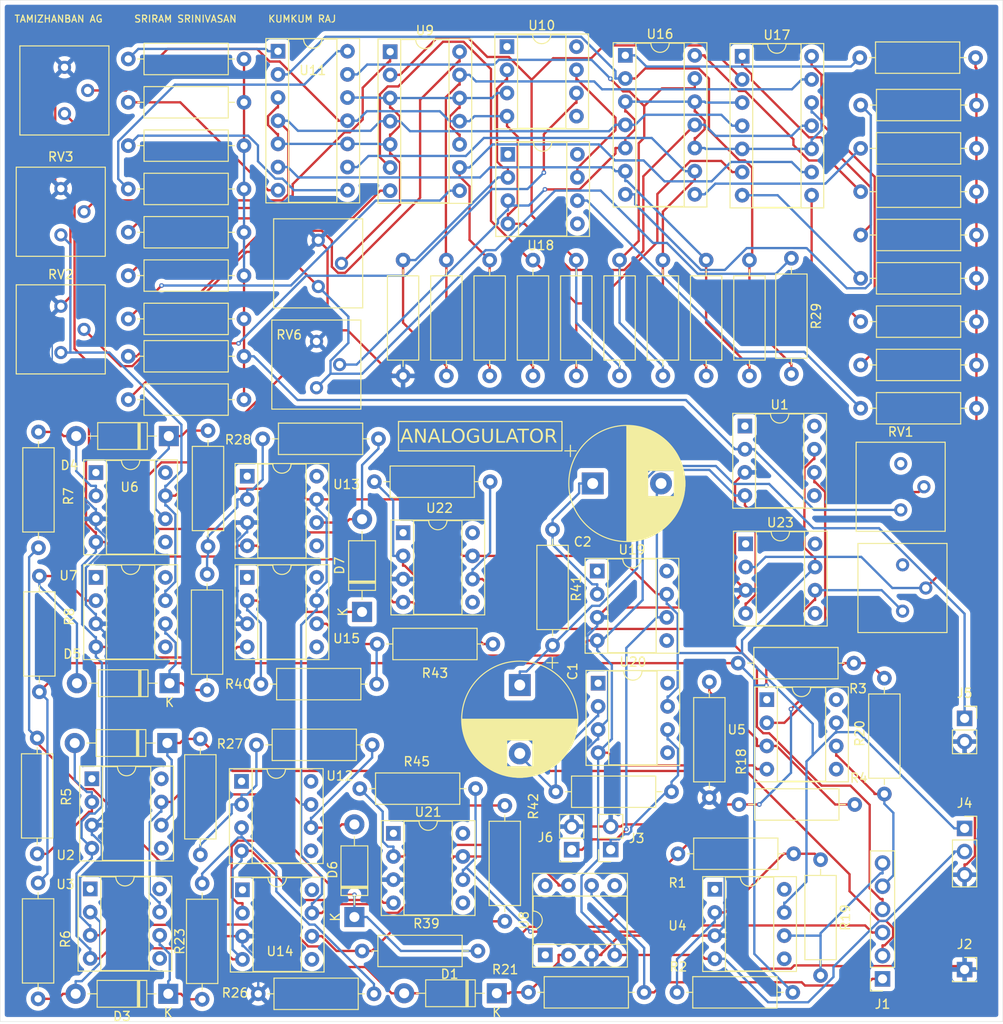
<source format=kicad_pcb>
(kicad_pcb (version 20240108) (generator "pcbnew") (generator_version "8.0")
  (layers (0 "F.Cu" signal "Front") (31 "B.Cu" signal "Back") (34 "B.Paste" user) (35 "F.Paste" user) (36 "B.SilkS" user "B.Silkscreen") (37 "F.SilkS" user "F.Silkscreen") (38 "B.Mask" user) (39 "F.Mask" user) (44 "Edge.Cuts" user))
  (net 0 "")
  (net 1 "/Vdfn")
  (net 2 "GND")
  (net 3 "/Vsub")
  (net 4 "Net-(D4-A)")
  (net 5 "/Vac")
  (net 6 "/Vant")
  (net 7 "/V+")
  (net 8 "/V-")
  (net 9 "/Vint")
  (net 10 "Net-(U1--)")
  (net 11 "Net-(R10-Pad1)")
  (net 12 "Net-(D1-A)")
  (net 13 "Net-(R9-Pad1)")
  (net 14 "/Vs")
  (net 15 "/Vlog")
  (net 16 "Net-(D2-A)")
  (net 17 "Net-(R50-Pad1)")
  (net 18 "Net-(D3-A)")
  (net 19 "Net-(D3-K)")
  (net 20 "Net-(U13--)")
  (net 21 "/Vmul")
  (net 22 "/Vadd")
  (net 23 "/Vs+")
  (net 24 "/Vs-")
  (net 43 "Net-(D5-A)")
  (net 44 "Net-(U19--)")
  (net 45 "Net-(D5-K)")
  (net 46 "Net-(U21--)")
  (net 47 "/Vdiv")
  (net 48 "Net-(D6-A)")
  (net 49 "Net-(D6-K)")
  (net 50 "Net-(D7-A)")
  (net 66 "Net-(U23--)")
  (net 67 "Net-(R49-Pad1)")
  (net 68 "Net-(R48-Pad1)")
  (net 69 "Net-(R47-Pad1)")
  (net 70 "Net-(U22--)")
  (net 71 "Net-(U20--)")
  (net 72 "Net-(R40-Pad2)")
  (net 73 "Net-(R39-Pad2)")
  (net 74 "Net-(D7-K)")
  (net 75 "Net-(U17C--)")
  (net 76 "Net-(U17D--)")
  (net 77 "Net-(U10--)")
  (net 78 "Net-(U4--)")
  (net 79 "Net-(U5--)")
  (net 80 "Net-(R11-Pad1)")
  (net 81 "Net-(R12-Pad1)")
  (net 82 "Net-(R13-Pad1)")
  (net 83 "Net-(R14-Pad1)")
  (net 84 "Net-(R15-Pad1)")
  (net 85 "Net-(R16-Pad1)")
  (net 86 "Net-(R17-Pad1)")
  (net 87 "Net-(U12--)")
  (net 88 "Net-(D4-K)")
  (net 89 "Net-(U11A--)")
  (net 90 "Net-(U11B--)")
  (net 91 "Net-(U11C--)")
  (net 92 "Net-(U11D--)")
  (net 93 "Net-(U17A--)")
  (net 94 "Net-(U17B--)")
  (net 95 "Net-(R51-Pad1)")
  (net 96 "Net-(R52-Pad1)")
  (net 97 "Net-(R53-Pad1)")
  (net 98 "Net-(R54-Pad1)")
  (net 99 "Net-(R55-Pad1)")
  (net 101 "Net-(U10-+)")
  (net 102 "Net-(U16A-+)")
  (net 128 "Net-(U5-+)")
  (net 129 "Net-(D1-K)")
  (net 130 "Net-(R2-Pad1)")
  (net 131 "Net-(U12-+)")
  (footprint "Resistor_THT:R_Axial_DIN0309_L9.0mm_D3.2mm_P12.70mm_Horizontal" (layer "F.Cu") (at 40.95 46.7)
    (property "Reference" "R12" (hide yes))
    (property "Value" "R" (hide yes))
  )
  (footprint "Resistor_THT:R_Axial_DIN0309_L9.0mm_D3.2mm_P12.70mm_Horizontal" (layer "F.Cu") (at 90.1 54.5 -90)
    (property "Reference" "R34" (hide yes))
    (property "Value" "R" (hide yes))
  )
  (footprint "Resistor_THT:R_Axial_DIN0309_L9.0mm_D3.2mm_P12.70mm_Horizontal" (layer "F.Cu") (at 113.85 134.8 180)
    (property "Reference" "R2")
    (property "Value" "R" (hide yes))
  )
  (footprint "Resistor_THT:R_Axial_DIN0309_L9.0mm_D3.2mm_P12.70mm_Horizontal" (layer "F.Cu") (at 121.3 56.5)
    (property "Reference" "R52" (hide yes))
    (property "Value" "R" (hide yes))
  )
  (footprint "Potentiometer_THT:Potentiometer_Bourns_3386P_Vertical" (layer "F.Cu") (at 61.8 57.4)
    (property "Reference" "RV5" (hide yes))
    (property "Value" "R_Potentiometer" (hide yes))
  )
  (footprint "Resistor_THT:R_Axial_DIN0309_L9.0mm_D3.2mm_P12.70mm_Horizontal" (layer "F.Cu") (at 87.5 96.75 90)
    (property "Reference" "R41")
    (property "Value" "R" (hide yes))
  )
  (footprint "Resistor_THT:R_Axial_DIN0309_L9.0mm_D3.2mm_P12.70mm_Horizontal" (layer "F.Cu") (at 55.01 107.66)
    (property "Reference" "R27")
    (property "Value" "R" (hide yes))
  )
  (footprint "Resistor_THT:R_Axial_DIN0309_L9.0mm_D3.2mm_P12.70mm_Horizontal" (layer "F.Cu") (at 49.7 73.2 -90)
    (property "Reference" "R24" (hide yes))
    (property "Value" "R" (hide yes))
  )
  (footprint "Resistor_THT:R_Axial_DIN0309_L9.0mm_D3.2mm_P12.70mm_Horizontal" (layer "F.Cu") (at 49.06 135.56 90)
    (property "Reference" "R23")
    (property "Value" "R" (hide yes))
  )
  (footprint "Connector_PinSocket_2.54mm:PinSocket_1x01_P2.54mm_Vertical" (layer "F.Cu") (at 132.7 132.3)
    (property "Reference" "J2")
    (property "Value" "Conn_01x01_Socket" (hide yes))
  )
  (footprint "Resistor_THT:R_Axial_DIN0309_L9.0mm_D3.2mm_P12.70mm_Horizontal" (layer "F.Cu") (at 40.95 65.05)
    (property "Reference" "R16" (hide yes))
    (property "Value" "R" (hide yes))
  )
  (footprint "Resistor_THT:R_Axial_DIN0309_L9.0mm_D3.2mm_P12.70mm_Horizontal" (layer "F.Cu") (at 68.25 96.6)
    (property "Reference" "R43")
    (property "Value" "R" (hide yes))
  )
  (footprint "Resistor_THT:R_Axial_DIN0309_L9.0mm_D3.2mm_P12.70mm_Horizontal" (layer "F.Cu") (at 123.9 100.35 -90)
    (property "Reference" "R20")
    (property "Value" "R" (hide yes))
  )
  (footprint "Resistor_THT:R_Axial_DIN0309_L9.0mm_D3.2mm_P12.70mm_Horizontal" (layer "F.Cu") (at 40.95 41.95)
    (property "Reference" "R11" (hide yes))
    (property "Value" "R" (hide yes))
  )
  (footprint "Resistor_THT:R_Axial_DIN0309_L9.0mm_D3.2mm_P12.70mm_Horizontal" (layer "F.Cu") (at 55.21 134.96)
    (property "Reference" "R26")
    (property "Value" "R" (hide yes))
  )
  (footprint "Package_DIP:DIP-8_W7.62mm_Socket" (layer "F.Cu") (at 53.38 111.66)
    (property "Reference" "U12")
    (property "Value" "OP07" (hide yes))
  )
  (footprint "Diode_THT:D_DO-41_SOD81_P10.16mm_Horizontal" (layer "F.Cu") (at 45.34 134.96 180)
    (property "Reference" "D3")
    (property "Value" "1N4007" (hide yes))
  )
  (footprint "Package_DIP:DIP-8_W7.62mm_Socket" (layer "F.Cu") (at 108.6 72.7)
    (property "Reference" "U1")
    (property "Value" "OP07" (hide yes))
  )
  (footprint "Package_DIP:DIP-8_W7.62mm_Socket" (layer "F.Cu") (at 92.4 88.6)
    (property "Reference" "U19")
    (property "Value" "OP07" (hide yes))
  )
  (footprint "Resistor_THT:R_Axial_DIN0309_L9.0mm_D3.2mm_P12.70mm_Horizontal" (layer "F.Cu") (at 107.85 98.7)
    (property "Reference" "R3")
    (property "Value" "R" (hide yes))
  )
  (footprint "Package_DIP:DIP-14_W7.62mm_Socket" (layer "F.Cu") (at 57.38 31.6)
    (property "Reference" "U11")
    (property "Value" "LM324" (hide yes))
  )
  (footprint "Package_DIP:DIP-8_W7.62mm_Socket" (layer "F.Cu") (at 54 89.3)
    (property "Reference" "U15")
    (property "Value" "OP07" (hide yes))
  )
  (footprint "Resistor_THT:R_Axial_DIN0309_L9.0mm_D3.2mm_P12.70mm_Horizontal" (layer "F.Cu") (at 79.31 130.26 180)
    (property "Reference" "R39")
    (property "Value" "R" (hide yes))
  )
  (footprint "Resistor_THT:R_Axial_DIN0309_L9.0mm_D3.2mm_P12.70mm_Horizontal" (layer "F.Cu") (at 121.3 61.25)
    (property "Reference" "R53" (hide yes))
    (property "Value" "R" (hide yes))
  )
  (footprint "Resistor_THT:R_Axial_DIN0309_L9.0mm_D3.2mm_P12.70mm_Horizontal" (layer "F.Cu") (at 71.1 54.5 -90)
    (property "Reference" "R38" (hide yes))
    (property "Value" "R" (hide yes))
  )
  (footprint "Resistor_THT:R_Axial_DIN0309_L9.0mm_D3.2mm_P12.70mm_Horizontal" (layer "F.Cu") (at 99.6 54.5 -90)
    (property "Reference" "R32" (hide yes))
    (property "Value" "R" (hide yes))
  )
  (footprint "Package_DIP:DIP-8_W7.62mm_Socket" (layer "F.Cu") (at 37.4 89.3)
    (property "Reference" "U7")
    (property "Value" "OP07" (hide yes))
  )
  (footprint "Package_DIP:DIP-8_W7.62mm_Socket" (layer "F.Cu") (at 111 102.7)
    (property "Reference" "U5")
    (property "Value" "OP07" (hide yes))
  )
  (footprint "Resistor_THT:R_Axial_DIN0309_L9.0mm_D3.2mm_P12.70mm_Horizontal" (layer "F.Cu") (at 87.85 112.8)
    (property "Reference" "R44" (hide yes))
    (property "Value" "R" (hide yes))
  )
  (footprint "Package_DIP:DIP-8_W7.62mm_Socket" (layer "F.Cu") (at 92.5 100.9)
    (property "Reference" "U20")
    (property "Value" "OP07" (hide yes))
  )
  (footprint "Resistor_THT:R_Axial_DIN0309_L9.0mm_D3.2mm_P12.70mm_Horizontal" (layer "F.Cu") (at 121.3 47)
    (property "Reference" "R50" (hide yes))
    (property "Value" "R" (hide yes))
  )
  (footprint "Resistor_THT:R_Axial_DIN0309_L9.0mm_D3.2mm_P12.70mm_Horizontal" (layer "F.Cu") (at 121.3 51.75)
    (property "Reference" "R51" (hide yes))
    (property "Value" "R" (hide yes))
  )
  (footprint "Resistor_THT:R_Axial_DIN0309_L9.0mm_D3.2mm_P12.70mm_Horizontal" (layer "F.Cu") (at 40.95 56.2)
    (property "Reference" "R14" (hide yes))
    (property "Value" "R" (hide yes))
  )
  (footprint "Diode_THT:D_DO-41_SOD81_P10.16mm_Horizontal" (layer "F.Cu") (at 45.48 100.9 180)
    (property "Reference" "D5")
    (property "Value" "1N4007" (hide yes))
  )
  (footprint "Resistor_THT:R_Axial_DIN0309_L9.0mm_D3.2mm_P12.70mm_Horizontal" (layer "F.Cu") (at 31.06 122.81 -90)
    (property "Reference" "R6")
    (property "Value" "R" (hide yes))
  )
  (footprint "Potentiometer_THT:Potentiometer_Bourns_3386P_Vertical" (layer "F.Cu") (at 125.7 81.9)
    (property "Reference" "RV1")
    (property "Value" "R_Potentiometer" (hide yes))
  )
  (footprint "Resistor_THT:R_Axial_DIN0309_L9.0mm_D3.2mm_P12.70mm_Horizontal" (layer "F.Cu") (at 49.6 101.65 90)
    (property "Reference" "R25" (hide yes))
    (property "Value" "R" (hide yes))
  )
  (footprint "Package_DIP:DIP-8_W7.62mm_Socket" (layer "F.Cu") (at 37.4 77.8)
    (property "Reference" "U6")
    (property "Value" "OP07" (hide yes))
  )
  (footprint "Package_DIP:DIP-8_W7.62mm_Socket" (layer "F.Cu") (at 36.78 123.46)
    (property "Reference" "U3")
    (property "Value" "OP07" (hide yes))
  )
  (footprint "Resistor_THT:R_Axial_DIN0309_L9.0mm_D3.2mm_P12.70mm_Horizontal" (layer "F.Cu") (at 31.2 101.85 90)
    (property "Reference" "R8")
    (property "Value" "R" (hide yes))
  )
  (footprint "Package_DIP:DIP-8_W7.62mm_Socket" (layer "F.Cu") (at 70.04 117.36)
    (property "Reference" "U21")
    (property "Value" "OP07" (hide yes))
  )
  (footprint "Connector_PinSocket_2.54mm:PinSocket_1x02_P2.54mm_Vertical" (layer "F.Cu") (at 93.875 119.15 180)
    (property "Reference" "J3")
    (property "Value" "Conn_01x02_Socket" (hide yes))
  )
  (footprint "Resistor_THT:R_Axial_DIN0309_L9.0mm_D3.2mm_P12.70mm_Horizontal" (layer "F.Cu") (at 48.86 107.01 -90)
    (property "Reference" "R22" (hide yes))
    (property "Value" "R" (hide yes))
  )
  (footprint "Resistor_THT:R_Axial_DIN0309_L9.0mm_D3.2mm_P12.70mm_Horizontal" (layer "F.Cu") (at 75.85 54.5 -90)
    (property "Reference" "R37" (hide yes))
    (property "Value" "R" (hide yes))
  )
  (footprint "Resistor_THT:R_Axial_DIN0309_L9.0mm_D3.2mm_P12.70mm_Horizontal" (layer "F.Cu") (at 113.7 54.3 -90)
    (property "Reference" "R29")
    (property "Value" "R" (hide yes))
  )
  (footprint "Capacitor_THT:CP_Radial_D12.5mm_P7.50mm" (layer "F.Cu") (at 91.9 79)
    (property "Reference" "C2")
    (property "Value" "C_Polarized" (hide yes))
  )
  (footprint "Package_DIP:DIP-8_W7.62mm_Socket" (layer "F.Cu") (at 82.5 31.1)
    (property "Reference" "U10")
    (property "Value" "LM741" (hide yes))
  )
  (footprint "Resistor_THT:R_Axial_DIN0309_L9.0mm_D3.2mm_P12.70mm_Horizontal" (layer "F.Cu") (at 66.35 112.46)
    (property "Reference" "R45")
    (property "Value" "R" (hide yes))
  )
  (footprint "Package_DIP:DIP-8_W7.62mm_Socket" (layer "F.Cu") (at 71.1 84.4)
    (property "Reference" "U22")
    (property "Value" "OP07" (hide yes))
  )
  (footprint "Diode_THT:D_DO-41_SOD81_P10.16mm_Horizontal" (layer "F.Cu") (at 65.76 126.54 90)
    (property "Reference" "D6")
    (property "Value" "1N4007" (hide yes))
  )
  (footprint "Resistor_THT:R_Axial_DIN0309_L9.0mm_D3.2mm_P12.70mm_Horizontal" (layer "F.Cu") (at 31.1 86.05 90)
    (property "Reference" "R7")
    (property "Value" "R" (hide yes))
  )
  (footprint "Resistor_THT:R_Axial_DIN0309_L9.0mm_D3.2mm_P12.70mm_Horizontal" (layer "F.Cu") (at 104.35 54.5 -90)
    (property "Reference" "R31" (hide yes))
    (property "Value" "R" (hide yes))
  )
  (footprint "Package_DIP:DIP-8_W7.62mm_Socket" (layer "F.Cu") (at 105.3 123.5)
    (property "Reference" "U4")
    (property "Value" "OP07" (hide yes))
  )
  (footprint "Diode_THT:D_DO-41_SOD81_P10.16mm_Horizontal" (layer "F.Cu") (at 45.4 73.8 180)
    (property "Reference" "D4")
    (property "Value" "1N4007" (hide yes))
  )
  (footprint "Capacitor_THT:CP_Radial_D12.5mm_P7.50mm" (layer "F.Cu") (at 83.9 101.1 -90)
    (property "Reference" "C1")
    (property "Value" "C_Polarized" (hide yes))
  )
  (footprint "Resistor_THT:R_Axial_DIN0309_L9.0mm_D3.2mm_P12.70mm_Horizontal" (layer "F.Cu") (at 55.5 101)
    (property "Reference" "R40")
    (property "Value" "R" (hide yes))
  )
  (footprint "Package_DIP:DIP-8_W7.62mm_Socket" (layer "F.Cu") (at 54 78.2)
    (property "Reference" "U13")
    (property "Value" "OP07" (hide yes))
  )
  (footprint "Potentiometer_THT:Potentiometer_Bourns_3386P_Vertical" (layer "F.Cu") (at 61.6 68.5)
    (property "Reference" "RV6")
    (property "Value" "R_Potentiometer" (hide yes))
  )
  (footprint "Potentiometer_THT:Potentiometer_Bourns_3386P_Vertical" (layer "F.Cu") (at 33.56 64.64)
    (property "Reference" "RV2")
    (property "Value" "R_Potentiometer" (hide yes))
  )
  (footprint "Resistor_THT:R_Axial_DIN0309_L9.0mm_D3.2mm_P12.70mm_Horizontal" (layer "F.Cu") (at 30.96 106.91 -90)
    (property "Reference" "R5")
    (property "Value" "R" (hide yes))
  )
  (footprint "Resistor_THT:R_Axial_DIN0309_L9.0mm_D3.2mm_P12.70mm_Horizontal" (layer "F.Cu") (at 94.85 54.5 -90)
    (property "Reference" "R33" (hide yes))
    (property "Value" "R" (hide yes))
  )
  (footprint "Resistor_THT:R_Axial_DIN0309_L9.0mm_D3.2mm_P12.70mm_Horizontal" (layer "F.Cu") (at 40.95 32.45)
    (property "Reference" "R9" (hide yes))
    (property "Value" "R" (hide yes))
  )
  (footprint "Resistor_THT:R_Axial_DIN0309_L9.0mm_D3.2mm_P12.70mm_Horizontal" (layer "F.Cu") (at 121.3 42.25)
    (property "Reference" "R49" (hide yes))
    (property "Value" "R" (hide yes))
  )
  (footprint "Resistor_THT:R_Axial_DIN0309_L9.0mm_D3.2mm_P12.70mm_Horizontal" (layer "F.Cu") (at 40.95 60.95)
    (property "Reference" "R15" (hide yes))
    (property "Value" "R" (hide yes))
  )
  (footprint "Resistor_THT:R_Axial_DIN0309_L9.0mm_D3.2mm_P12.70mm_Horizontal" (layer "F.Cu") (at 104.7 113.45 90)
    (property "Reference" "R18")
    (property "Value" "R" (hide yes))
  )
  (footprint "Package_DIP:DIP-8_W7.62mm_Socket" (layer "F.Cu") (at 53.48 123.56)
    (property "Reference" "U14")
    (property "Value" "OP07" (hide yes))
  )
  (footprint "Resistor_THT:R_Axial_DIN0309_L9.0mm_D3.2mm_P12.70mm_Horizontal" (layer "F.Cu") (at 121.3 66)
    (property "Reference" "R54" (hide yes))
    (property "Value" "R" (hide yes))
  )
  (footprint "Resistor_THT:R_Axial_DIN0309_L9.0mm_D3.2mm_P12.70mm_Horizontal" (layer "F.Cu") (at 121.3 37.5)
    (property "Reference" "R48" (hide yes))
    (property "Value" "R" (hide yes))
  )
  (footprint "Potentiometer_THT:Potentiometer_Bourns_3386P_Vertical" (layer "F.Cu") (at 125.9 93)
    (property "Reference" "RV7" (hide yes))
    (property "Value" "R_Potentiometer" (hide yes))
  )
  (footprint "Resistor_THT:R_Axial_DIN0309_L9.0mm_D3.2mm_P12.70mm_Horizontal" (layer "F.Cu") (at 80.6 54.5 -90)
    (property "Reference" "R36" (hide yes))
    (property "Value" "R" (hide yes))
  )
  (footprint "Resistor_THT:R_Axial_DIN0309_L9.0mm_D3.2mm_P12.70mm_Horizontal" (layer "F.Cu") (at 121.2 32.3)
    (property "Reference" "R47" (hide yes))
    (property "Value" "R" (hide yes))
  )
  (footprint "Resistor_THT:R_Axial_DIN0309_L9.0mm_D3.2mm_P12.70mm_Horizontal" (layer "F.Cu") (at 55.7 74.1)
    (property "Reference" "R28")
    (property "Value" "R" (hide yes))
  )
  (footprint "Resistor_THT:R_Axial_DIN0309_L9.0mm_D3.2mm_P12.70mm_Horizontal" (layer "F.Cu") (at 107.95 114.2)
    (property "Reference" "R4")
    (property "Value" "R" (hide yes))
  )
  (footprint "Potentiometer_THT:Potentiometer_Bourns_3386P_Vertical" (layer "F.Cu") (at 33.96 38.44)
    (property "Reference" "RV4" (hide yes))
    (property "Value" "R_Potentiometer")
  )
  (footprint "Package_DIP:DIP-8_W7.62mm_Socket" (layer "F.Cu") (at 86.7 130.7 90)
    (property "Reference" "U8")
    (property "Value" "OP07" (hide yes))
  )
  (footprint "Resistor_THT:R_Axial_DIN0309_L9.0mm_D3.2mm_P12.70mm_Horizontal" (layer "F.Cu") (at 82.26 127.01 90)
    (property "Reference" "R42")
    (property "Value" "R" (hide yes))
  )
  (footprint "Resistor_THT:R_Axial_DIN0309_L9.0mm_D3.2mm_P12.70mm_Horizontal" (layer "F.Cu") (at 109.1 54.5 -90)
    (property "Reference" "R30" (hide yes))
    (property "Value" "R" (hide yes))
  )
  (footprint "Package_DIP:DIP-8_W7.62mm_Socket" (layer "F.Cu") (at 36.96 111.38)
    (property "Reference" "U2")
    (property "Value" "OP07" (hide yes))
  )
  (footprint "Connector_PinSocket_2.54mm:PinSocket_1x06_P2.54mm_Vertical" (layer "F.Cu") (at 123.7 133.32 180)
    (property "Reference" "J1")
    (property "Value" "Conn_01x06_Socket" (hide yes))
  )
  (footprint "Resistor_THT:R_Axial_DIN0309_L9.0mm_D3.2mm_P12.70mm_Horizontal" (layer "F.Cu") (at 101.25 119.6)
    (property "Reference" "R1")
    (property "Value" "R" (hide yes))
  )
  (footprint "Resistor_THT:R_Axial_DIN0309_L9.0mm_D3.2mm_P12.70mm_Horizontal" (layer "F.Cu") (at 84.85 134.8)
    (property "Reference" "R21")
    (property "Value" "R" (hide yes))
  )
  (footprint "Connector_PinSocket_2.54mm:PinSocket_1x03_P2.54mm_Vertical" (layer "F.Cu") (at 132.7 116.82)
    (property "Reference" "J4")
    (property "Value" "Conn_01x03_Socket" (hide yes))
  )
  (footprint "Connector_PinSocket_2.54mm:PinSocket_1x02_P2.54mm_Vertical" (layer "F.Cu") (at 89.6 119.16 180)
    (property "Reference" "J6")
    (property "Value" "Conn_01x02_Socket" (hide yes))
  )
  (footprint "Resistor_THT:R_Axial_DIN0309_L9.0mm_D3.2mm_P12.70mm_Horizontal" (layer "F.Cu") (at 40.95 69.8)
    (property "Reference" "R17" (hide yes))
    (property "Value" "R" (hide yes))
  )
  (footprint "Package_DIP:DIP-14_W7.62mm_Socket" (layer "F.Cu") (at 69.68 31.65)
    (property "Reference" "U9")
    (property "Value" "LM324" (hide yes))
  )
  (footprint "Package_DIP:DIP-14_W7.62mm_Socket" (layer "F.Cu") (at 108.3 32.15)
    (property "Reference" "U17")
    (property "Value" "LM324" (hide yes))
  )
  (footprint "Resistor_THT:R_Axial_DIN0309_L9.0mm_D3.2mm_P12.70mm_Horizontal" (layer "F.Cu") (at 121.3 70.75)
    (property "Reference" "R55" (hide yes))
    (property "Value" "R" (hide yes))
  )
  (footprint "Diode_THT:D_DO-41_SOD81_P10.16mm_Horizontal" (layer "F.Cu") (at 45.24 107.46 180)
    (property "Reference" "D2" (hide yes))
    (property "Value" "1N4007" (hide yes))
  )
  (footprint "Package_DIP:DIP-14_W7.62mm_Socket" (layer "F.Cu") (at 95.48 32.05)
    (property "Reference" "U16")
    (property "Value" "LM324" (hide yes))
  )
  (footprint "Diode_THT:D_DO-41_SOD81_P10.16mm_Horizontal" (layer "F.Cu") (at 66.6 93.08 90)
    (property "Reference" "D7")
    (property "Value" "1N4007" (hide yes))
  )
  (footprint "Package_DIP:DIP-8_W7.62mm_Socket" (layer "F.Cu") (at 108.68 85.62)
    (property "Reference" "U23")
    (property "Value" "OP07" (hide yes))
  )
  (footprint "Package_DIP:DIP-8_W7.62mm_Socket" (layer "F.Cu") (at 82.6 42.9)
    (property "Reference" "U18")
    (property "Value" "LM741" (hide yes))
  )
  (footprint "Diode_THT:D_DO-41_SOD81_P10.16mm_Horizontal" (layer "F.Cu") (at 81.38 134.9 180)
    (property "Reference" "D1")
    (property "Value" "1N4007" (hide yes))
  )
  (footprint "Resistor_THT:R_Axial_DIN0309_L9.0mm_D3.2mm_P12.70mm_Horizontal" (layer "F.Cu") (at 85.35 54.5 -90)
    (property "Reference" "R35" (hide yes))
    (property "Value" "R" (hide yes))
  )
  (footprint "Resistor_THT:R_Axial_DIN0309_L9.0mm_D3.2mm_P12.70mm_Horizontal" (layer "F.Cu") (at 116.9 120.25 -90)
    (property "Reference" "R19")
    (property "Value" "R" (hide yes))
  )
  (footprint "Connector_PinSocket_2.54mm:PinSocket_1x02_P2.54mm_Vertical" (layer "F.Cu") (at 132.7 104.76)
    (property "Reference" "J5")
    (property "Value" "Conn_01x02_Socket" (hide yes))
  )
  (footprint "Resistor_THT:R_Axial_DIN0309_L9.0mm_D3.2mm_P12.70mm_Horizontal" (layer "F.Cu") (at 40.95 37.2)
    (property "Reference" "R10" (hide yes))
    (property "Value" "R" (hide yes))
  )
  (footprint "Resistor_THT:R_Axial_DIN0309_L9.0mm_D3.2mm_P12.70mm_Horizontal" (layer "F.Cu") (at 40.95 51.45)
    (property "Reference" "R13" (hide yes))
    (property "Value" "R" (hide yes))
  )
  (footprint "Potentiometer_THT:Potentiometer_Bourns_3386P_Vertical" (layer "F.Cu") (at 33.56 51.74)
    (property "Reference" "RV3")
    (property "Value" "R_Potentiometer" (hide yes))
  )
  (footprint "Resistor_THT:R_Axial_DIN0309_L9.0mm_D3.2mm_P12.70mm_Horizontal" (layer "F.Cu") (at 67.95 78.8)
    (property "Reference" "R46" (hide yes))
    (property "Value" "R" (hide yes))
  )
  (gr_rect (start 70.6 72.2) (end 88.532918 75.425) (stroke (width 0.127)) (fill none) (layer "F.SilkS"))
  (gr_rect (start 26.9 26) (end 136.9 138) (stroke (width 0.0381)) (fill none) (layer "Edge.Cuts"))
  (gr_text "TAMIZHANBAN AG      SRIRAM SRINIVASAN      KUMKUM RAJ" (at 28.4 28.5 0) (layer "F.SilkS") (effects (font (size 0.762 0.762) (thickness 0.127) (bold yes)) (justify left bottom)))
  (gr_text "ANALOGULATOR" (at 79.4 73.9 0) (layer "F.SilkS") (effects (font (size 1.5 1.5) (thickness 0.1875))))
  (segment (start 95.8133 117.453) (end 96.1267 117.139) (width 0.254) (layer "B.Cu") (net 1))
  (segment (start 100.55 112.259) (end 100.55 111.719) (width 0.254) (layer "B.Cu") (net 1))
  (segment (start 96.1201 116.689) (end 100.55 112.259) (width 0.254) (layer "B.Cu") (net 1))
  (segment (start 100.55 112.8) (end 100.55 112.259) (width 0.254) (layer "B.Cu") (net 1))
  (segment (start 95.37 117.453) (end 95.8133 117.453) (width 0.254) (layer "B.Cu") (net 1))
  (segment (start 101.258 108.088) (end 100.232 107.061) (width 0.254) (layer "B.Cu") (net 1))
  (segment (start 95.3633 117.446) (end 95.37 117.453) (width 0.254) (layer "B.Cu") (net 1))
  (segment (start 94.7905 118.019) (end 95.3633 117.446) (width 0.254) (layer "B.Cu") (net 1))
  (segment (start 100.232 107.061) (end 100.12 107.061) (width 0.254) (layer "B.Cu") (net 1))
  (segment (start 96.1267 116.696) (end 96.1201 116.689) (width 0.254) (layer "B.Cu") (net 1))
  (segment (start 100.55 111.719) (end 101.258 111.01) (width 0.254) (layer "B.Cu") (net 1))
  (segment (start 96.1267 117.139) (end 96.1267 116.696) (width 0.254) (layer "B.Cu") (net 1))
  (segment (start 101.258 111.01) (end 101.258 108.088) (width 0.254) (layer "B.Cu") (net 1))
  (segment (start 100.12 107.061) (end 100.12 105.98) (width 0.254) (layer "B.Cu") (net 1))
  (segment (start 93.875 119.15) (end 93.875 118.019) (width 0.254) (layer "B.Cu") (net 1))
  (segment (start 93.875 118.019) (end 94.7905 118.019) (width 0.254) (layer "B.Cu") (net 1))
  (segment (start 52.212 83.9869) (end 52.9189 83.28) (width 0.254) (layer "F.Cu") (net 2))
  (segment (start 48.3362 76.6838) (end 61.6 63.42) (width 0.254) (layer "F.Cu") (net 2))
  (segment (start 132.7 121.9) (end 132.7 120.7689) (width 0.254) (layer "F.Cu") (net 2))
  (segment (start 132.9122 120.7689) (end 133.8311 119.85) (width 0.254) (layer "F.Cu") (net 2))
  (segment (start 132.7 120.7689) (end 132.9122 120.7689) (width 0.254) (layer "F.Cu") (net 2))
  (segment (start 49.1906 127.397) (end 50.434 128.64) (width 0.254) (layer "F.Cu") (net 2))
  (segment (start 33.56 59.56) (end 34.6048 58.5152) (width 0.254) (layer "F.Cu") (net 2))
  (segment (start 110.0023 132.2012) (end 106.3811 128.58) (width 0.254) (layer "F.Cu") (net 2))
  (segment (start 86.4589 118.63) (end 88.4689 116.62) (width 0.254) (layer "F.Cu") (net 2))
  (segment (start 74.9311 118.63) (end 86.4589 118.63) (width 0.254) (layer "F.Cu") (net 2))
  (segment (start 101.767 116.383) (end 95.2335 116.383) (width 0.254) (layer "F.Cu") (net 2))
  (segment (start 69.0252 88.4863) (end 70.0189 89.48) (width 0.254) (layer "F.Cu") (net 2))
  (segment (start 91.78 130.7) (end 92.8611 130.7) (width 0.254) (layer "F.Cu") (net 2))
  (segment (start 65.0245 62.2056) (end 62.8144 62.2056) (width 0.254) (layer "F.Cu") (net 2))
  (segment (start 32.9423 34.3777) (end 33.96 33.36) (width 0.254) (layer "F.Cu") (net 2))
  (segment (start 92.8611 130.565) (end 94.846 128.58) (width 0.254) (layer "F.Cu") (net 2))
  (segment (start 64.9 84.3611) (end 69.0252 88.4863) (width 0.254) (layer "F.Cu") (net 2))
  (segment (start 44.5942 76.6838) (end 48.3362 76.6838) (width 0.254) (layer "F.Cu") (net 2))
  (segment (start 92.8611 130.7) (end 92.8611 130.565) (width 0.254) (layer "F.Cu") (net 2))
  (segment (start 95.0061 116.61) (end 93.875 116.61) (width 0.254) (layer "F.Cu") (net 2))
  (segment (start 55.0811 83.28) (end 56.1622 84.3611) (width 0.254) (layer "F.Cu") (net 2))
  (segment (start 93.4794 92.6006) (end 106.7794 92.6006) (width 0.254) (layer "F.Cu") (net 2))
  (segment (start 39.0045 127.397) (end 49.1906 127.397) (width 0.254) (layer "F.Cu") (net 2))
  (segment (start 90.7411 116.61) (end 93.875 116.61) (width 0.254) (layer "F.Cu") (net 2))
  (segment (start 62.8144 62.2056) (end 62.8144 53.3344) (width 0.254) (layer "F.Cu") (net 2))
  (segment (start 92.4 93.68) (end 93.4794 92.6006) (width 0.254) (layer "F.Cu") (net 2))
  (segment (start 36.78 128.54) (end 37.8611 128.54) (width 0.254) (layer "F.Cu") (net 2))
  (segment (start 89.6 116.62) (end 90.7311 116.62) (width 0.254) (layer "F.Cu") (net 2))
  (segment (start 56.1622 84.3611) (end 64.9 84.3611) (width 0.254) (layer "F.Cu") (net 2))
  (segment (start 33.56 46.66) (end 32.9423 46.0423) (width 0.254) (layer "F.Cu") (net 2))
  (segment (start 34.6048 47.7048) (end 33.56 46.66) (width 0.254) (layer "F.Cu") (net 2))
  (segment (start 62.8144 53.3344) (end 61.8 52.32) (width 0.254) (layer "F.Cu") (net 2))
  (segment (start 70.0189 67.2) (end 65.0245 62.2056) (width 0.254) (layer "F.Cu") (net 2))
  (segment (start 88.4689 116.62) (end 89.6 116.62) (width 0.254) (layer "F.Cu") (net 2))
  (segment (start 114.0227 131.8473) (end 113.6688 132.2012) (width 0.254) (layer "F.Cu") (net 2))
  (segment (start 52.9189 83.28) (end 54 83.28) (width 0.254) (layer "F.Cu") (net 2))
  (segment (start 37.4 82.88) (end 38.4811 82.88) (width 0.254) (layer "F.Cu") (net 2))
  (segment (start 113.6688 132.2012) (end 110.0023 132.2012) (width 0.254) (layer "F.Cu") (net 2))
  (segment (start 132.7 131.9252) (end 132.7 121.9) (width 0.254) (layer "F.Cu") (net 2))
  (segment (start 39.861 83.9869) (end 52.212 83.9869) (width 0.254) (layer "F.Cu") (net 2))
  (segment (start 61.6 63.42) (end 62.8144 62.2056) (width 0.254) (layer "F.Cu") (net 2))
  (segment (start 39.861 83.9869) (end 39.861 81.417) (width 0.254) (layer "F.Cu") (net 2))
  (segment (start 32.9423 46.0423) (end 32.9423 34.3777) (width 0.254) (layer "F.Cu") (net 2))
  (segment (start 95.2335 116.383) (end 95.0061 116.61) (width 0.254) (layer "F.Cu") (net 2))
  (segment (start 132.7 131.9252) (end 118.431 131.9252) (width 0.254) (layer "F.Cu") (net 2))
  (segment (start 70.04 122.44) (end 71.1211 122.44) (width 0.254) (layer "F.Cu") (net 2))
  (segment (start 37.8611 128.54) (end 39.0045 127.397) (width 0.254) (layer "F.Cu") (net 2))
  (segment (start 107.5206 89.5406) (end 108.68 90.7) (width 0.254) (layer "F.Cu") (net 2))
  (segment (start 94.846 128.58) (end 105.3 128.58) (width 0.254) (layer "F.Cu") (net 2))
  (segment (start 70.0189 89.48) (end 71.1 89.48) (width 0.254) (layer "F.Cu") (net 2))
  (segment (start 108.6 77.78) (end 107.5206 78.8594) (width 0.254) (layer "F.Cu") (net 2))
  (segment (start 38.4811 82.88) (end 39.588 83.9869) (width 0.254) (layer "F.Cu") (net 2))
  (segment (start 105.3 128.58) (end 106.3811 128.58) (width 0.254) (layer "F.Cu") (net 2))
  (segment (start 118.3531 131.8473) (end 114.0227 131.8473) (width 0.254) (layer "F.Cu") (net 2))
  (segment (start 133.8311 109.5622) (end 132.7 108.4311) (width 0.254) (layer "F.Cu") (net 2))
  (segment (start 54 83.28) (end 55.0811 83.28) (width 0.254) (layer "F.Cu") (net 2))
  (segment (start 132.7 132.3) (end 132.7 131.9252) (width 0.254) (layer "F.Cu") (net 2))
  (segment (start 107.5206 78.8594) (end 107.5206 89.5406) (width 0.254) (layer "F.Cu") (net 2))
  (segment (start 39.861 81.417) (end 44.5942 76.6838) (width 0.254) (layer "F.Cu") (net 2))
  (segment (start 133.8311 119.85) (end 133.8311 109.5622) (width 0.254) (layer "F.Cu") (net 2))
  (segment (start 50.434 128.64) (end 53.48 128.64) (width 0.254) (layer "F.Cu") (net 2))
  (segment (start 132.7 107.3) (end 132.7 108.4311) (width 0.254) (layer "F.Cu") (net 2))
  (segment (start 39.588 83.9869) (end 39.861 83.9869) (width 0.254) (layer "F.Cu") (net 2))
  (segment (start 71.1211 122.44) (end 74.9311 118.63) (width 0.254) (layer "F.Cu") (net 2))
  (segment (start 104.7 113.45) (end 101.767 116.383) (width 0.254) (layer "F.Cu") (net 2))
  (segment (start 90.7311 116.62) (end 90.7411 116.61) (width 0.254) (layer "F.Cu") (net 2))
  (segment (start 34.6048 58.5152) (end 34.6048 47.7048) (width 0.254) (layer "F.Cu") (net 2))
  (segment (start 118.431 131.9252) (end 118.3531 131.8473) (width 0.254) (layer "F.Cu") (net 2))
  (segment (start 106.7794 92.6006) (end 108.68 90.7) (width 0.254) (layer "F.Cu") (net 2))
  (segment (start 71.1 67.2) (end 70.0189 67.2) (width 0.254) (layer "F.Cu") (net 2))
  (segment (start 92.5 105.98) (end 92.5 107.061) (width 0.254) (layer "B.Cu") (net 2))
  (segment (start 93.5939 99.4973) (end 93.5939 104.886) (width 0.254) (layer "B.Cu") (net 2))
  (segment (start 53.48 129.721) (end 53.48 128.64) (width 0.254) (layer "B.Cu") (net 2))
  (segment (start 54 84.3611) (end 53.888 84.3611) (width 0.254) (layer "B.Cu") (net 2))
  (segment (start 54 83.28) (end 54 84.3611) (width 0.254) (layer "B.Cu") (net 2))
  (segment (start 105.3 128.58) (end 106.381 127.499) (width 0.254) (layer "B.Cu") (net 2))
  (segment (start 38.0455 119.84) (end 35.6786 122.207) (width 0.254) (layer "B.Cu") (net 2))
  (segment (start 92.5 107.061) (end 92.3649 107.061) (width 0.254) (layer "B.Cu") (net 2))
  (segment (start 37.4 93.2989) (end 37.4 94.38) (width 0.254) (layer "B.Cu") (net 2))
  (segment (start 53.592 129.721) (end 53.48 129.721) (width 0.254) (layer "B.Cu") (net 2))
  (segment (start 36.3047 88.2473) (end 36.3047 92.3156) (width 0.254) (layer "B.Cu") (net 2))
  (segment (start 38.5376 95.5176) (end 37.4 94.38) (width 0.254) (layer "B.Cu") (net 2))
  (segment (start 92.4 93.68) (end 92.4 94.626) (width 0.254) (layer "B.Cu") (net 2))
  (segment (start 37.4 83.9611) (end 37.5351 83.9611) (width 0.254) (layer "B.Cu") (net 2))
  (segment (start 55.21 134.96) (end 55.21 131.339) (width 0.254) (layer "B.Cu") (net 2))
  (segment (start 37.4 82.88) (end 37.4 83.9611) (width 0.254) (layer "B.Cu") (net 2))
  (segment (start 38.5376 115.101) (end 38.5376 95.5176) (width 0.254) (layer "B.Cu") (net 2))
  (segment (start 37.0951 117.541) (end 38.0455 118.492) (width 0.254) (layer "B.Cu") (net 2))
  (segment (start 92.3649 107.061) (end 89.6 109.826) (width 0.254) (layer "B.Cu") (net 2))
  (segment (start 36.96 116.678) (end 38.5376 115.101) (width 0.254) (layer "B.Cu") (net 2))
  (segment (start 36.3047 92.3156) (end 37.288 93.2989) (width 0.254) (layer "B.Cu") (net 2))
  (segment (start 52.9127 85.3364) (end 52.9127 93.2927) (width 0.254) (layer "B.Cu") (net 2))
  (segment (start 35.6786 122.207) (end 35.6786 126.47) (width 0.254) (layer "B.Cu") (net 2))
  (segment (start 33.1251 77.636) (end 32.6114 77.1223) (width 0.1524) (layer "B.Cu") (net 2))
  (segment (start 38.0455 118.492) (end 38.0455 119.84) (width 0.254) (layer "B.Cu") (net 2))
  (segment (start 35.6786 126.47) (end 36.668 127.459) (width 0.254) (layer "B.Cu") (net 2))
  (segment (start 38.4885 86.0635) (end 36.3047 88.2473) (width 0.254) (layer "B.Cu") (net 2))
  (segment (start 89.6 109.826) (end 89.6 116.62) (width 0.254) (layer "B.Cu") (net 2))
  (segment (start 92.4 94.626) (end 91.3177 95.7083) (width 0.254) (layer "B.Cu") (net 2))
  (segment (start 91.3177 97.2211) (end 93.5939 99.4973) (width 0.254) (layer "B.Cu") (net 2))
  (segment (start 55.21 131.339) (end 53.592 129.721) (width 0.254) (layer "B.Cu") (net 2))
  (segment (start 106.381 115.131) (end 104.7 113.45) (width 0.254) (layer "B.Cu") (net 2))
  (segment (start 33.1251 77.636) (end 37.288 81.7989) (width 0.254) (layer "B.Cu") (net 2))
  (segment (start 36.78 127.459) (end 36.78 128.54) (width 0.254) (layer "B.Cu") (net 2))
  (segment (start 37.288 93.2989) (end 37.4 93.2989) (width 0.254) (layer "B.Cu") (net 2))
  (segment (start 106.381 127.499) (end 106.381 115.131) (width 0.254) (layer "B.Cu") (net 2))
  (segment (start 38.4885 84.9145) (end 38.4885 86.0635) (width 0.254) (layer "B.Cu") (net 2))
  (segment (start 32.6114 60.5086) (end 33.56 59.56) (width 0.1524) (layer "B.Cu") (net 2))
  (segment (start 37.4 81.7989) (end 37.4 82.88) (width 0.254) (layer "B.Cu") (net 2))
  (segment (start 37.5351 83.9611) (end 38.4885 84.9145) (width 0.254) (layer "B.Cu") (net 2))
  (segment (start 93.5939 104.886) (end 92.5 105.98) (width 0.254) (layer "B.Cu") (net 2))
  (segment (start 36.96 116.46) (end 36.96 116.678) (width 0.254) (layer "B.Cu") (net 2))
  (segment (start 32.6114 77.1223) (end 32.6114 60.5086) (width 0.1524) (layer "B.Cu") (net 2))
  (segment (start 53.888 84.3611) (end 52.9127 85.3364) (width 0.254) (layer "B.Cu") (net 2))
  (segment (start 36.668 127.459) (end 36.78 127.459) (width 0.254) (layer "B.Cu") (net 2))
  (segment (start 36.96 116.678) (end 36.96 117.541) (width 0.254) (layer "B.Cu") (net 2))
  (segment (start 91.3177 95.7083) (end 91.3177 97.2211) (width 0.254) (layer "B.Cu") (net 2))
  (segment (start 37.288 81.7989) (end 37.4 81.7989) (width 0.254) (layer "B.Cu") (net 2))
  (segment (start 36.96 117.541) (end 37.0951 117.541) (width 0.254) (layer "B.Cu") (net 2))
  (segment (start 52.9127 93.2927) (end 54 94.38) (width 0.254) (layer "B.Cu") (net 2))
  (segment (start 118.62 107.78) (end 118.62 108.861) (width 0.254) (layer "F.Cu") (net 3))
  (segment (start 118.62 108.861) (end 118.74 108.861) (width 0.254) (layer "F.Cu") (net 3))
  (segment (start 122.819 113.05) (end 123.9 113.05) (width 0.254) (layer "F.Cu") (net 3))
  (segment (start 122.819 112.94) (end 122.819 113.05) (width 0.254) (layer "F.Cu") (net 3))
  (segment (start 118.74 108.861) (end 122.819 112.94) (width 0.254) (layer "F.Cu") (net 3))
  (segment (start 123.9 114.131) (end 124.887 115.118) (width 0.254) (layer "B.Cu") (net 3))
  (segment (start 124.887 121.973) (end 123.7 123.16) (width 0.254) (layer "B.Cu") (net 3))
  (segment (start 123.9 113.05) (end 123.9 114.131) (width 0.254) (layer "B.Cu") (net 3))
  (segment (start 124.887 115.118) (end 124.887 121.973) (width 0.254) (layer "B.Cu") (net 3))
  (segment (start 35.24 73.8) (end 33.8589 73.8) (width 0.254) (layer "F.Cu") (net 4))
  (segment (start 33.8589 73.8) (end 33.4089 73.35) (width 0.254) (layer "F.Cu") (net 4))
  (segment (start 33.4089 73.35) (end 31.1 73.35) (width 0.254) (layer "F.Cu") (net 4))
  (segment (start 36.8594 79.2589) (end 35.24 77.6395) (width 0.254) (layer "B.Cu") (net 4))
  (segment (start 37.4 80.34) (end 37.4 79.2589) (width 0.254) (layer "B.Cu") (net 4))
  (segment (start 35.24 77.6395) (end 35.24 73.8) (width 0.254) (layer "B.Cu") (net 4))
  (segment (start 37.4 79.2589) (end 36.8594 79.2589) (width 0.254) (layer "B.Cu") (net 4))
  (segment (start 96.7743 78.8536) (end 98.5473 77.0806) (width 0.254) (layer "B.Cu") (net 5))
  (segment (start 98.5473 77.0806) (end 105.4108 77.0806) (width 0.254) (layer "B.Cu") (net 5))
  (segment (start 87.5 96.75) (end 91.84 92.41) (width 0.254) (layer "B.Cu") (net 5))
  (segment (start 132.7 93.2891) (end 132.7 104.76) (width 0.254) (layer "B.Cu") (net 5))
  (segment (start 91.84 92.41) (end 92.6598 92.41) (width 0.254) (layer "B.Cu") (net 5))
  (segment (start 123.3134 83.9025) (end 132.7 93.2891) (width 0.254) (layer "B.Cu") (net 5))
  (segment (start 107.3802 79.05) (end 111.2569 79.05) (width 0.254) (layer "B.Cu") (net 5))
  (segment (start 105.4108 77.0806) (end 107.3802 79.05) (width 0.254) (layer "B.Cu") (net 5))
  (segment (start 83.9 101.1) (end 83.9 101.078) (width 0.254) (layer "B.Cu") (net 5))
  (segment (start 84.6311 99.6189) (end 83.9 99.6189) (width 0.254) (layer "B.Cu") (net 5))
  (segment (start 83.9 99.6189) (end 83.9 101.078) (width 0.254) (layer "B.Cu") (net 5))
  (segment (start 92.6598 92.41) (end 96.7743 88.2955) (width 0.254) (layer "B.Cu") (net 5))
  (segment (start 96.7743 88.2955) (end 96.7743 78.8536) (width 0.254) (layer "B.Cu") (net 5))
  (segment (start 83.8078 101.078) (end 83.9 101.078) (width 0.254) (layer "B.Cu") (net 5))
  (segment (start 111.2569 79.05) (end 116.1094 83.9025) (width 0.254) (layer "B.Cu") (net 5))
  (segment (start 87.5 96.75) (end 84.6311 99.6189) (width 0.254) (layer "B.Cu") (net 5))
  (segment (start 116.1094 83.9025) (end 123.3134 83.9025) (width 0.254) (layer "B.Cu") (net 5))
  (segment (start 114.831 133.694) (end 115.188 134.05) (width 0.254) (layer "F.Cu") (net 6))
  (segment (start 122.569 133.32) (end 123.7 133.32) (width 0.254) (layer "F.Cu") (net 6))
  (segment (start 121.838 134.05) (end 122.569 133.32) (width 0.254) (layer "F.Cu") (net 6))
  (segment (start 97.55 134.8) (end 98.6311 134.8) (width 0.254) (layer "F.Cu") (net 6))
  (segment (start 98.6311 134.8) (end 99.737 133.694) (width 0.254) (layer "F.Cu") (net 6))
  (segment (start 99.737 133.694) (end 114.831 133.694) (width 0.254) (layer "F.Cu") (net 6))
  (segment (start 115.188 134.05) (end 121.838 134.05) (width 0.254) (layer "F.Cu") (net 6))
  (segment (start 91.78 124.161) (end 91.78 123.08) (width 0.254) (layer "B.Cu") (net 6))
  (segment (start 97.55 134.8) (end 97.55 129.931) (width 0.254) (layer "B.Cu") (net 6))
  (segment (start 97.55 129.931) (end 91.78 124.161) (width 0.254) (layer "B.Cu") (net 6))
  (segment (start 59.9189 114.2) (end 61 114.2) (width 0.254) (layer "F.Cu") (net 7))
  (segment (start 63.1486 125.132) (end 62.1811 126.1) (width 0.254) (layer "F.Cu") (net 7))
  (segment (start 70.535 126.079) (end 68.4652 126.079) (width 0.254) (layer "F.Cu") (net 7))
  (segment (start 116.108 76.3211) (end 116.22 76.3211) (width 0.254) (layer "F.Cu") (net 7))
  (segment (start 62.1811 126.1) (end 61.1 126.1) (width 0.254) (layer "F.Cu") (net 7))
  (segment (start 60.5389 80.74) (end 61.62 80.74) (width 0.254) (layer "F.Cu") (net 7))
  (segment (start 45.6611 113.92) (end 46.4891 113.092) (width 0.254) (layer "F.Cu") (net 7))
  (segment (start 46.8643 79.5768) (end 59.3757 79.5768) (width 0.254) (layer "F.Cu") (net 7))
  (segment (start 58.8109 113.092) (end 59.9189 114.2) (width 0.254) (layer "F.Cu") (net 7))
  (segment (start 61.62 80.74) (end 71.4389 80.74) (width 0.254) (layer "F.Cu") (net 7))
  (segment (start 76.5789 120.035) (end 70.535 126.079) (width 0.254) (layer "F.Cu") (net 7))
  (segment (start 71.4389 80.74) (end 77.6389 86.94) (width 0.254) (layer "F.Cu") (net 7))
  (segment (start 88.1589 122.945) (end 85.114 119.9) (width 0.254) (layer "F.Cu") (net 7))
  (segment (start 89.24 123.08) (end 88.1589 123.08) (width 0.254) (layer "F.Cu") (net 7))
  (segment (start 115.1247 86.0387) (end 115.1247 77.3044) (width 0.254) (layer "F.Cu") (net 7))
  (segment (start 45.02 80.34) (end 46.1011 80.34) (width 0.254) (layer "F.Cu") (net 7))
  (segment (start 116.3 87.0789) (end 116.1649 87.0789) (width 0.254) (layer "F.Cu") (net 7))
  (segment (start 116.3 88.16) (end 116.3 87.0789) (width 0.254) (layer "F.Cu") (net 7))
  (segment (start 59.3757 79.5768) (end 60.5389 80.74) (width 0.254) (layer "F.Cu") (net 7))
  (segment (start 67.5187 125.132) (end 63.1486 125.132) (width 0.254) (layer "F.Cu") (net 7))
  (segment (start 77.6389 86.94) (end 78.72 86.94) (width 0.254) (layer "F.Cu") (net 7))
  (segment (start 68.4652 126.079) (end 67.5187 125.132) (width 0.254) (layer "F.Cu") (net 7))
  (segment (start 85.114 119.9) (end 77.66 119.9) (width 0.254) (layer "F.Cu") (net 7))
  (segment (start 77.66 119.9) (end 76.5789 119.9) (width 0.254) (layer "F.Cu") (net 7))
  (segment (start 94.7389 86.94) (end 78.72 86.94) (width 0.254) (layer "F.Cu") (net 7))
  (segment (start 116.1649 87.0789) (end 115.1247 86.0387) (width 0.254) (layer "F.Cu") (net 7))
  (segment (start 100.02 91.14) (end 98.9389 91.14) (width 0.254) (layer "F.Cu") (net 7))
  (segment (start 76.5789 119.9) (end 76.5789 120.035) (width 0.254) (layer "F.Cu") (net 7))
  (segment (start 88.1589 123.08) (end 88.1589 122.945) (width 0.254) (layer "F.Cu") (net 7))
  (segment (start 115.1247 77.3044) (end 116.108 76.3211) (width 0.254) (layer "F.Cu") (net 7))
  (segment (start 116.22 75.24) (end 116.22 76.3211) (width 0.254) (layer "F.Cu") (net 7))
  (segment (start 46.4891 113.092) (end 58.8109 113.092) (width 0.254) (layer "F.Cu") (net 7))
  (segment (start 98.9389 91.14) (end 94.7389 86.94) (width 0.254) (layer "F.Cu") (net 7))
  (segment (start 46.1011 80.34) (end 46.8643 79.5768) (width 0.254) (layer "F.Cu") (net 7))
  (segment (start 44.58 113.92) (end 45.6611 113.92) (width 0.254) (layer "F.Cu") (net 7))
  (segment (start 100.02 92.2211) (end 100.132 92.2211) (width 0.254) (layer "B.Cu") (net 7))
  (segment (start 33.56 64.64) (end 34.6021 64.64) (width 0.254) (layer "B.Cu") (net 7))
  (segment (start 38.8728 64.64) (end 46.7835 72.5507) (width 0.254) (layer "B.Cu") (net 7))
  (segment (start 118.62 106.265) (end 121.0139 106.265) (width 0.254) (layer "B.Cu") (net 7))
  (segment (start 45.02 90.7589) (end 45.02 91.84) (width 0.254) (layer "B.Cu") (net 7))
  (segment (start 61.1 125.019) (end 61.1 126.1) (width 0.254) (layer "B.Cu") (net 7))
  (segment (start 108.286 97.5925) (end 101.225 97.5925) (width 0.254) (layer "B.Cu") (net 7))
  (segment (start 46.7835 72.5507) (end 46.7835 77.6074) (width 0.254) (layer "B.Cu") (net 7))
  (segment (start 132.7 116.82) (end 131.5689 116.82) (width 0.254) (layer "B.Cu") (net 7))
  (segment (start 62.1953 124.036) (end 61.212 125.019) (width 0.254) (layer "B.Cu") (net 7))
  (segment (start 100.12 103.44) (end 100.12 102.359) (width 0.254) (layer "B.Cu") (net 7))
  (segment (start 62.1953 122.077) (end 62.1953 124.036) (width 0.254) (layer "B.Cu") (net 7))
  (segment (start 62.7153 89.7987) (end 62.7153 82.8044) (width 0.254) (layer "B.Cu") (net 7))
  (segment (start 45.132 90.7589) (end 45.02 90.7589) (width 0.254) (layer "B.Cu") (net 7))
  (segment (start 116.036 108.793) (end 118.508 106.321) (width 0.254) (layer "B.Cu") (net 7))
  (segment (start 34.6021 64.64) (end 34.6021 52.7821) (width 0.254) (layer "B.Cu") (net 7))
  (segment (start 59.9189 119.801) (end 62.1953 122.077) (width 0.254) (layer "B.Cu") (net 7))
  (segment (start 61.508 92.9211) (end 59.9189 94.5102) (width 0.254) (layer "B.Cu") (net 7))
  (segment (start 45.132 79.2589) (end 45.02 79.2589) (width 0.254) (layer "B.Cu") (net 7))
  (segment (start 45.02 80.34) (end 45.02 81.4211) (width 0.254) (layer "B.Cu") (net 7))
  (segment (start 112.92 126.04) (end 112.92 124.959) (width 0.254) (layer "B.Cu") (net 7))
  (segment (start 43.3047 123.936) (end 44.288 124.919) (width 0.254) (layer "B.Cu") (net 7))
  (segment (start 44.288 124.919) (end 44.4 124.919) (width 0.254) (layer "B.Cu") (net 7))
  (segment (start 61.62 81.8211) (end 61.62 80.74) (width 0.254) (layer "B.Cu") (net 7))
  (segment (start 45.1551 81.4211) (end 46.1153 82.3813) (width 0.254) (layer "B.Cu") (net 7))
  (segment (start 44.58 113.92) (end 44.58 115.001) (width 0.254) (layer "B.Cu") (net 7))
  (segment (start 46.1153 82.3813) (end 46.1153 89.7756) (width 0.254) (layer "B.Cu") (net 7))
  (segment (start 100.132 92.2211) (end 101.225 93.3144) (width 0.254) (layer "B.Cu") (net 7))
  (segment (start 115.354 122.66) (end 115.354 109.475) (width 0.254) (layer "B.Cu") (net 7))
  (segment (start 118.62 106.265) (end 118.62 105.24) (width 0.254) (layer "B.Cu") (net 7))
  (segment (start 61.62 90.7589) (end 61.7551 90.7589) (width 0.254) (layer "B.Cu") (net 7))
  (segment (start 100.255 102.359) (end 101.225 101.389) (width 0.254) (layer "B.Cu") (net 7))
  (segment (start 118.508 106.321) (end 118.62 106.321) (width 0.254) (layer "B.Cu") (net 7))
  (segment (start 45.02 80.34) (end 45.02 79.2589) (width 0.254) (layer "B.Cu") (net 7))
  (segment (start 100.02 91.14) (end 100.02 92.2211) (width 0.254) (layer "B.Cu") (net 7))
  (segment (start 45.02 81.4211) (end 45.1551 81.4211) (width 0.254) (layer "B.Cu") (net 7))
  (segment (start 44.4449 115.001) (end 43.3047 116.141) (width 0.254) (layer "B.Cu") (net 7))
  (segment (start 59.9189 94.5102) (end 59.9189 114.2) (width 0.254) (layer "B.Cu") (net 7))
  (segment (start 101.225 101.389) (end 101.225 97.5925) (width 0.254) (layer "B.Cu") (net 7))
  (segment (start 34.6021 52.7821) (end 33.56 51.74) (width 0.254) (layer "B.Cu") (net 7))
  (segment (start 61.732 81.8211) (end 61.62 81.8211) (width 0.254) (layer "B.Cu") (net 7))
  (segment (start 59.9189 114.2) (end 59.9189 119.801) (width 0.254) (layer "B.Cu") (net 7))
  (segment (start 61.7551 90.7589) (end 62.7153 89.7987) (width 0.254) (layer "B.Cu") (net 7))
  (segment (start 62.7153 82.8044) (end 61.732 81.8211) (width 0.254) (layer "B.Cu") (net 7))
  (segment (start 61.62 91.84) (end 61.62 90.7589) (width 0.254) (layer "B.Cu") (net 7))
  (segment (start 44.58 115.001) (end 44.4449 115.001) (width 0.254) (layer "B.Cu") (net 7))
  (segment (start 101.225 93.3144) (end 101.225 97.5925) (width 0.254) (layer "B.Cu") (net 7))
  (segment (start 34.6021 64.64) (end 38.8728 64.64) (width 0.254) (layer "B.Cu") (net 7))
  (segment (start 46.1153 89.7756) (end 45.132 90.7589) (width 0.254) (layer "B.Cu") (net 7))
  (segment (start 113.055 124.959) (end 115.354 122.66) (width 0.254) (layer "B.Cu") (net 7))
  (segment (start 118.62 106.321) (end 118.62 106.265) (width 0.254) (layer "B.Cu") (net 7))
  (segment (start 108.286 97.5925) (end 108.286 96.174) (width 0.254) (layer "B.Cu") (net 7))
  (segment (start 61.62 91.84) (end 61.62 92.9211) (width 0.254) (layer "B.Cu") (net 7))
  (segment (start 112.92 124.959) (end 113.055 124.959) (width 0.254) (layer "B.Cu") (net 7))
  (segment (start 116.036 108.793) (end 116.036 105.342) (width 0.254) (layer "B.Cu") (net 7))
  (segment (start 115.354 109.475) (end 116.036 108.793) (width 0.254) (layer "B.Cu") (net 7))
  (segment (start 61 114.2) (end 59.9189 114.2) (width 0.254) (layer "B.Cu") (net 7))
  (segment (start 116.036 105.342) (end 108.286 97.5925) (width 0.254) (layer "B.Cu") (net 7))
  (segment (start 46.7835 77.6074) (end 45.132 79.2589) (width 0.254) (layer "B.Cu") (net 7))
  (segment (start 61.62 92.9211) (end 61.508 92.9211) (width 0.254) (layer "B.Cu") (net 7))
  (segment (start 100.12 102.359) (end 100.255 102.359) (width 0.254) (layer "B.Cu") (net 7))
  (segment (start 61.212 125.019) (end 61.1 125.019) (width 0.254) (layer "B.Cu") (net 7))
  (segment (start 121.0139 106.265) (end 131.5689 116.82) (width 0.254) (layer "B.Cu") (net 7))
  (segment (start 108.286 96.174) (end 116.3 88.16) (width 0.254) (layer "B.Cu") (net 7))
  (segment (start 43.3047 116.141) (end 43.3047 123.936) (width 0.254) (layer "B.Cu") (net 7))
  (segment (start 44.4 124.919) (end 44.4 126) (width 0.254) (layer "B.Cu") (net 7))
  (segment (start 103.799 130.7) (end 94.32 130.7) (width 0.254) (layer "F.Cu") (net 8))
  (segment (start 52.9189 96.92) (end 51.7666 98.0723) (width 0.254) (layer "F.Cu") (net 8))
  (segment (start 104.219 131.12) (end 103.799 130.7) (width 0.254) (layer "F.Cu") (net 8))
  (segment (start 109.7753 91.1756) (end 108.792 92.1589) (width 0.254) (layer "F.Cu") (net 8))
  (segment (start 37.4 85.42) (end 37.4 84.3389) (width 0.254) (layer "F.Cu") (net 8))
  (segment (start 105.3 131.12) (end 104.219 131.12) (width 0.254) (layer "F.Cu") (net 8))
  (segment (start 36.3189 83.3931) (end 36.3189 76.3693) (width 0.254) (layer "F.Cu") (net 8))
  (segment (start 93.5811 108.52) (end 92.5 108.52) (width 0.254) (layer "F.Cu") (net 8))
  (segment (start 108.68 93.24) (end 108.68 92.1589) (width 0.254) (layer "F.Cu") (net 8))
  (segment (start 36.3189 76.3693) (end 36.6415 76.0467) (width 0.254) (layer "F.Cu") (net 8))
  (segment (start 94.973 109.912) (end 93.5811 108.52) (width 0.254) (layer "F.Cu") (net 8))
  (segment (start 68.9589 124.98) (end 68.6529 124.674) (width 0.254) (layer "F.Cu") (net 8))
  (segment (start 37.8611 131.08) (end 38.9724 129.969) (width 0.254) (layer "F.Cu") (net 8))
  (segment (start 37.4 85.42) (end 38.4811 85.42) (width 0.254) (layer "F.Cu") (net 8))
  (segment (start 72.1811 92.02) (end 78.0288 97.8677) (width 0.254) (layer "F.Cu") (net 8))
  (segment (start 35.0581 39.5381) (end 33.96 38.44) (width 0.254) (layer "F.Cu") (net 8))
  (segment (start 55.0811 85.82) (end 56.5703 87.3092) (width 0.254) (layer "F.Cu") (net 8))
  (segment (start 71.1 92.02) (end 72.1811 92.02) (width 0.254) (layer "F.Cu") (net 8))
  (segment (start 39.6334 98.0723) (end 38.4811 96.92) (width 0.254) (layer "F.Cu") (net 8))
  (segment (start 38.9724 129.969) (end 51.1876 129.969) (width 0.254) (layer "F.Cu") (net 8))
  (segment (start 54.4611 119.28) (end 53.38 119.28) (width 0.254) (layer "F.Cu") (net 8))
  (segment (start 108.6 80.32) (end 108.6 81.4011) (width 0.254) (layer "F.Cu") (net 8))
  (segment (start 78.0288 97.8677) (end 89.6712 97.8677) (width 0.254) (layer "F.Cu") (net 8))
  (segment (start 56.5703 87.3092) (end 65.3081 87.3092) (width 0.254) (layer "F.Cu") (net 8))
  (segment (start 70.04 124.98) (end 68.9589 124.98) (width 0.254) (layer "F.Cu") (net 8))
  (segment (start 65.3081 87.3092) (end 70.0189 92.02) (width 0.254) (layer "F.Cu") (net 8))
  (segment (start 109.7753 82.5764) (end 109.7753 91.1756) (width 0.254) (layer "F.Cu") (net 8))
  (segment (start 91.3189 96.22) (end 92.4 96.22) (width 0.254) (layer "F.Cu") (net 8))
  (segment (start 52.3989 131.18) (end 53.48 131.18) (width 0.254) (layer "F.Cu") (net 8))
  (segment (start 68.6529 124.674) (end 59.8551 124.674) (width 0.254) (layer "F.Cu") (net 8))
  (segment (start 109.919 110.32) (end 109.511 109.912) (width 0.254) (layer "F.Cu") (net 8))
  (segment (start 54 85.82) (end 55.0811 85.82) (width 0.254) (layer "F.Cu") (net 8))
  (segment (start 51.7666 98.0723) (end 39.6334 98.0723) (width 0.254) (layer "F.Cu") (net 8))
  (segment (start 52.9189 85.82) (end 54 85.82) (width 0.254) (layer "F.Cu") (net 8))
  (segment (start 36.6415 76.0467) (end 36.6415 65.8055) (width 0.254) (layer "F.Cu") (net 8))
  (segment (start 59.8551 124.674) (end 54.4611 119.28) (width 0.254) (layer "F.Cu") (net 8))
  (segment (start 40.0706 87.0095) (end 51.7294 87.0095) (width 0.254) (layer "F.Cu") (net 8))
  (segment (start 37.2647 84.3389) (end 36.3189 83.3931) (width 0.254) (layer "F.Cu") (net 8))
  (segment (start 37.4 84.3389) (end 37.2647 84.3389) (width 0.254) (layer "F.Cu") (net 8))
  (segment (start 109.511 109.912) (end 94.973 109.912) (width 0.254) (layer "F.Cu") (net 8))
  (segment (start 89.6712 97.8677) (end 91.3189 96.22) (width 0.254) (layer "F.Cu") (net 8))
  (segment (start 51.1876 129.969) (end 52.3989 131.18) (width 0.254) (layer "F.Cu") (net 8))
  (segment (start 108.6 81.4011) (end 109.7753 82.5764) (width 0.254) (layer "F.Cu") (net 8))
  (segment (start 38.4811 96.92) (end 37.4 96.92) (width 0.254) (layer "F.Cu") (net 8))
  (segment (start 36.78 131.08) (end 37.8611 131.08) (width 0.254) (layer "F.Cu") (net 8))
  (segment (start 54 96.92) (end 52.9189 96.92) (width 0.254) (layer "F.Cu") (net 8))
  (segment (start 108.792 92.1589) (end 108.68 92.1589) (width 0.254) (layer "F.Cu") (net 8))
  (segment (start 35.0581 64.2221) (end 35.0581 39.5381) (width 0.254) (layer "F.Cu") (net 8))
  (segment (start 70.0189 92.02) (end 71.1 92.02) (width 0.254) (layer "F.Cu") (net 8))
  (segment (start 111 110.32) (end 109.919 110.32) (width 0.254) (layer "F.Cu") (net 8))
  (segment (start 36.6415 65.8055) (end 35.0581 64.2221) (width 0.254) (layer "F.Cu") (net 8))
  (segment (start 51.7294 87.0095) (end 52.9189 85.82) (width 0.254) (layer "F.Cu") (net 8))
  (segment (start 38.4811 85.42) (end 40.0706 87.0095) (width 0.254) (layer "F.Cu") (net 8))
  (segment (start 35.8966 94.4475) (end 35.8966 88.0045) (width 0.254) (layer "B.Cu") (net 8))
  (segment (start 38.0636 98.6647) (end 38.0636 114.411) (width 0.254) (layer "B.Cu") (net 8))
  (segment (start 115.5388 135.8886) (end 111.1497 135.8886) (width 0.254) (layer "B.Cu") (net 8))
  (segment (start 53.48 131.18) (end 52.3989 130.099) (width 0.254) (layer "B.Cu") (net 8))
  (segment (start 52.3989 130.099) (end 52.3989 121.342) (width 0.254) (layer "B.Cu") (net 8))
  (segment (start 37.4 98.0011) (end 38.0636 98.6647) (width 0.254) (layer "B.Cu") (net 8))
  (segment (start 104.7061 77.5072) (end 107.5189 80.32) (width 0.254) (layer "B.Cu") (net 8))
  (segment (start 105.3 131.12) (end 106.3811 131.12) (width 0.254) (layer "B.Cu") (net 8))
  (segment (start 124.1003 126.97) (end 123.3448 126.97) (width 0.254) (layer "B.Cu") (net 8))
  (segment (start 90.6747 122.055) (end 92.5 120.23) (width 0.254) (layer "B.Cu") (net 8))
  (segment (start 35.8966 88.0045) (end 37.4 86.5011) (width 0.254) (layer "B.Cu") (net 8))
  (segment (start 37.4 86.5011) (end 37.4 85.42) (width 0.254) (layer "B.Cu") (net 8))
  (segment (start 97.3823 78.8841) (end 98.7592 77.5072) (width 0.254) (layer "B.Cu") (net 8))
  (segment (start 94.32 129.619) (end 90.6747 125.974) (width 0.254) (layer "B.Cu") (net 8))
  (segment (start 37.288 95.8389) (end 35.8966 94.4475) (width 0.254) (layer "B.Cu") (net 8))
  (segment (start 37.2843 115.19) (end 36.7008 115.19) (width 0.254) (layer "B.Cu") (net 8))
  (segment (start 36.7008 115.19) (end 35.8289 116.062) (width 0.254) (layer "B.Cu") (net 8))
  (segment (start 37.4 95.8389) (end 37.288 95.8389) (width 0.254) (layer "B.Cu") (net 8))
  (segment (start 36.96 119) (end 36.96 120.081) (width 0.254) (layer "B.Cu") (net 8))
  (segment (start 35.2705 128.601) (end 36.668 129.999) (width 0.254) (layer "B.Cu") (net 8))
  (segment (start 111.1497 135.8886) (end 106.3811 131.12) (width 0.254) (layer "B.Cu") (net 8))
  (segment (start 35.2705 121.771) (end 35.2705 128.601) (width 0.254) (layer "B.Cu") (net 8))
  (segment (start 97.3823 91.7782) (end 97.3823 78.8841) (width 0.254) (layer "B.Cu") (net 8))
  (segment (start 53.38 120.361) (end 53.38 119.28) (width 0.254) (layer "B.Cu") (net 8))
  (segment (start 37.4 96.92) (end 37.4 98.0011) (width 0.254) (layer "B.Cu") (net 8))
  (segment (start 92.4 96.7605) (end 97.3823 91.7782) (width 0.254) (layer "B.Cu") (net 8))
  (segment (start 131.5689 119.36) (end 131.5689 119.5014) (width 0.254) (layer "B.Cu") (net 8))
  (segment (start 108.6 80.32) (end 107.5189 80.32) (width 0.254) (layer "B.Cu") (net 8))
  (segment (start 35.8289 117.869) (end 36.96 119) (width 0.254) (layer "B.Cu") (net 8))
  (segment (start 131.5689 119.5014) (end 124.1003 126.97) (width 0.254) (layer "B.Cu") (net 8))
  (segment (start 36.78 129.999) (end 36.78 131.08) (width 0.254) (layer "B.Cu") (net 8))
  (segment (start 92.4 96.7605) (end 92.4 97.3011) (width 0.254) (layer "B.Cu") (net 8))
  (segment (start 92.4 97.3011) (end 94.002 98.9031) (width 0.254) (layer "B.Cu") (net 8))
  (segment (start 38.0636 114.411) (end 37.2843 115.19) (width 0.254) (layer "B.Cu") (net 8))
  (segment (start 94.002 107.018) (end 92.5 108.52) (width 0.254) (layer "B.Cu") (net 8))
  (segment (start 94.32 130.7) (end 94.32 129.619) (width 0.254) (layer "B.Cu") (net 8))
  (segment (start 52.3989 121.342) (end 53.38 120.361) (width 0.254) (layer "B.Cu") (net 8))
  (segment (start 36.668 129.999) (end 36.78 129.999) (width 0.254) (layer "B.Cu") (net 8))
  (segment (start 36.96 120.081) (end 35.2705 121.771) (width 0.254) (layer "B.Cu") (net 8))
  (segment (start 118.3171 131.9977) (end 118.3171 133.1103) (width 0.254) (layer "B.Cu") (net 8))
  (segment (start 92.5 120.23) (end 92.5 108.52) (width 0.254) (layer "B.Cu") (net 8))
  (segment (start 90.6747 125.974) (end 90.6747 122.055) (width 0.254) (layer "B.Cu") (net 8))
  (segment (start 123.3448 126.97) (end 118.3171 131.9977) (width 0.254) (layer "B.Cu") (net 8))
  (segment (start 35.8289 116.062) (end 35.8289 117.869) (width 0.254) (layer "B.Cu") (net 8))
  (segment (start 98.7592 77.5072) (end 104.7061 77.5072) (width 0.254) (layer "B.Cu") (net 8))
  (segment (start 92.4 96.22) (end 92.4 96.7605) (width 0.254) (layer "B.Cu") (net 8))
  (segment (start 118.3171 133.1103) (end 115.5388 135.8886) (width 0.254) (layer "B.Cu") (net 8))
  (segment (start 94.002 98.9031) (end 94.002 107.018) (width 0.254) (layer "B.Cu") (net 8))
  (segment (start 132.7 119.36) (end 131.5689 119.36) (width 0.254) (layer "B.Cu") (net 8))
  (segment (start 37.4 96.92) (end 37.4 95.8389) (width 0.254) (layer "B.Cu") (net 8))
  (segment (start 94.4904 118.019) (end 95.5916 116.918) (width 0.254) (layer "F.Cu") (net 9))
  (segment (start 89.6 119.16) (end 90.7311 119.16) (width 0.254) (layer "F.Cu") (net 9))
  (segment (start 91.8722 118.019) (end 94.4904 118.019) (width 0.254) (layer "F.Cu") (net 9))
  (segment (start 90.7311 119.16) (end 91.8722 118.019) (width 0.254) (layer "F.Cu") (net 9))
  (via (at 95.5916 116.918) (size 0.508) (drill 0.254) (layers "F.Cu" "B.Cu") (net 9))
  (segment (start 100.02 93.68) (end 98.9389 93.68) (width 0.254) (layer "B.Cu") (net 9))
  (segment (start 95.5916 97.0273) (end 98.9389 93.68) (width 0.254) (layer "B.Cu") (net 9))
  (segment (start 98.9389 79.4611) (end 99.4 79) (width 0.254) (layer "B.Cu") (net 9))
  (segment (start 98.9389 93.68) (end 98.9389 79.4611) (width 0.254) (layer "B.Cu") (net 9))
  (segment (start 95.5916 116.918) (end 95.5916 97.0273) (width 0.254) (layer "B.Cu") (net 9))
  (segment (start 53.65 37.2) (end 53.65 41.95) (width 0.254) (layer "F.Cu") (net 10))
  (segment (start 53.65 56.2) (end 53.65 60.95) (width 0.254) (layer "F.Cu") (net 10))
  (segment (start 53.65 69.8) (end 53.65 65.05) (width 0.254) (layer "F.Cu") (net 10))
  (segment (start 53.65 32.45) (end 53.65 37.2) (width 0.254) (layer "F.Cu") (net 10))
  (segment (start 53.65 60.95) (end 53.65 65.05) (width 0.254) (layer "F.Cu") (net 10))
  (segment (start 53.65 56.2) (end 53.65 51.45) (width 0.254) (layer "B.Cu") (net 10))
  (segment (start 109.6811 75.3751) (end 116.206 81.9) (width 0.254) (layer "B.Cu") (net 10))
  (segment (start 107.5189 75.24) (end 102.1257 69.8468) (width 0.254) (layer "B.Cu") (net 10))
  (segment (start 59.5279 69.8468) (end 54.7311 65.05) (width 0.254) (layer "B.Cu") (net 10))
  (segment (start 116.206 81.9) (end 125.7 81.9) (width 0.254) (layer "B.Cu") (net 10))
  (segment (start 53.65 41.95) (end 53.65 46.7) (width 0.254) (layer "B.Cu") (net 10))
  (segment (start 109.1406 75.24) (end 108.6 75.24) (width 0.254) (layer "B.Cu") (net 10))
  (segment (start 109.6811 75.24) (end 109.6811 75.3751) (width 0.254) (layer "B.Cu") (net 10))
  (segment (start 109.1406 75.24) (end 109.6811 75.24) (width 0.254) (layer "B.Cu") (net 10))
  (segment (start 108.6 75.24) (end 107.5189 75.24) (width 0.254) (layer "B.Cu") (net 10))
  (segment (start 53.65 51.45) (end 53.65 46.7) (width 0.254) (layer "B.Cu") (net 10))
  (segment (start 53.65 65.05) (end 54.7311 65.05) (width 0.254) (layer "B.Cu") (net 10))
  (segment (start 102.1257 69.8468) (end 59.5279 69.8468) (width 0.254) (layer "B.Cu") (net 10))
  (segment (start 56.2989 46.84) (end 46.6589 37.2) (width 0.254) (layer "F.Cu") (net 11))
  (segment (start 57.38 46.84) (end 56.2989 46.84) (width 0.254) (layer "F.Cu") (net 11))
  (segment (start 46.6589 37.2) (end 40.95 37.2) (width 0.254) (layer "F.Cu") (net 11))
  (segment (start 30.96 107.442) (end 30.96 106.91) (width 0.254) (layer "F.Cu") (net 12))
  (segment (start 77.573 134.9) (end 71.22 134.9) (width 0.254) (layer "F.Cu") (net 12))
  (segment (start 117.4066 79.9357) (end 116.332 78.8611) (width 0.254) (layer "F.Cu") (net 12))
  (segment (start 107.95 114.2) (end 110.1831 114.2) (width 0.254) (layer "F.Cu") (net 12))
  (segment (start 37.0841 112.506) (end 36.024 112.506) (width 0.254) (layer "F.Cu") (net 12))
  (segment (start 62.6716 129.766) (end 60.6972 129.766) (width 0.254) (layer "F.Cu") (net 12))
  (segment (start 113.655 103.7383) (end 117.4066 99.9867) (width 0.254) (layer "F.Cu") (net 12))
  (segment (start 60.6972 129.766) (end 58.2996 127.368) (width 0.254) (layer "F.Cu") (net 12))
  (segment (start 42.5465 118.554) (end 42.5465 117.968) (width 0.254) (layer "F.Cu") (net 12))
  (segment (start 106.65 114.2) (end 107.95 114.2) (width 0.254) (layer "F.Cu") (net 12))
  (segment (start 127.6643 79.9357) (end 128.24 79.36) (width 0.254) (layer "F.Cu") (net 12))
  (segment (start 101.25 119.6) (end 106.65 114.2) (width 0.254) (layer "F.Cu") (net 12))
  (segment (start 64.9302 132.025) (end 62.6716 129.766) (width 0.254) (layer "F.Cu") (net 12))
  (segment (start 116.22 77.78) (end 116.22 78.8611) (width 0.254) (layer "F.Cu") (net 12))
  (segment (start 58.2996 127.368) (end 51.3609 127.368) (width 0.254) (layer "F.Cu") (net 12))
  (segment (start 116.332 78.8611) (end 116.22 78.8611) (width 0.254) (layer "F.Cu") (net 12))
  (segment (start 117.4066 79.9357) (end 127.6643 79.9357) (width 0.254) (layer "F.Cu") (net 12))
  (segment (start 93.2391 127.611) (end 84.8621 127.611) (width 0.254) (layer "F.Cu") (net 12))
  (segment (start 36.024 112.506) (end 30.96 107.442) (width 0.254) (layer "F.Cu") (net 12))
  (segment (start 101.25 119.6) (end 93.2391 127.611) (width 0.254) (layer "F.Cu") (net 12))
  (segment (start 84.8621 127.611) (end 77.573 134.9) (width 0.254) (layer "F.Cu") (net 12))
  (segment (start 51.3609 127.368) (end 42.5465 118.554) (width 0.254) (layer "F.Cu") (net 12))
  (segment (start 71.22 134.9) (end 69.8389 134.9) (width 0.254) (layer "F.Cu") (net 12))
  (segment (start 117.4066 99.9867) (end 117.4066 79.9357) (width 0.254) (layer "F.Cu") (net 12))
  (segment (start 66.9636 132.025) (end 64.9302 132.025) (width 0.254) (layer "F.Cu") (net 12))
  (segment (start 42.5465 117.968) (end 37.0841 112.506) (width 0.254) (layer "F.Cu") (net 12))
  (segment (start 69.8389 134.9) (end 66.9636 132.025) (width 0.254) (layer "F.Cu") (net 12))
  (via (at 110.1831 114.2) (size 0.508) (drill 0.254) (layers "F.Cu" "B.Cu") (net 12))
  (via (at 113.655 103.7383) (size 0.508) (drill 0.254) (layers "F.Cu" "B.Cu") (net 12))
  (segment (start 30.0786 87.0714) (end 31.1 86.05) (width 0.254) (layer "B.Cu") (net 12))
  (segment (start 113.655 110.7281) (end 110.1831 114.2) (width 0.254) (layer "B.Cu") (net 12))
  (segment (start 113.655 103.7383) (end 113.655 110.7281) (width 0.254) (layer "B.Cu") (net 12))
  (segment (start 30.0786 106.029) (end 30.0786 87.0714) (width 0.254) (layer "B.Cu") (net 12))
  (segment (start 30.96 106.91) (end 30.0786 106.029) (width 0.254) (layer "B.Cu") (net 12))
  (segment (start 56.0446 31.3457) (end 42.0543 31.3457) (width 0.254) (layer "B.Cu") (net 13))
  (segment (start 57.38 31.6) (end 56.2989 31.6) (width 0.254) (layer "B.Cu") (net 13))
  (segment (start 42.0543 31.3457) (end 40.95 32.45) (width 0.254) (layer "B.Cu") (net 13))
  (segment (start 56.2989 31.6) (end 56.0446 31.3457) (width 0.254) (layer "B.Cu") (net 13))
  (segment (start 58 53.6) (end 61.8 57.4) (width 0.254) (layer "F.Cu") (net 14))
  (segment (start 41.397103 66.1294) (end 53.926503 53.6) (width 0.254) (layer "F.Cu") (net 14))
  (segment (start 36.1 62.1) (end 40.1294 66.1294) (width 0.254) (layer "F.Cu") (net 14))
  (segment (start 53.926503 53.6) (end 58 53.6) (width 0.254) (layer "F.Cu") (net 14))
  (segment (start 40.1294 66.1294) (end 41.397103 66.1294) (width 0.254) (layer "F.Cu") (net 14))
  (segment (start 63.1384 66.9616) (end 66.6096 66.9616) (width 0.254) (layer "B.Cu") (net 14))
  (segment (start 80.1523 53.4189) (end 81.2399 53.4189) (width 0.254) (layer "B.Cu") (net 14))
  (segment (start 63.1384 65.548234) (end 65.1 63.586634) (width 0.254) (layer "B.Cu") (net 14))
  (segment (start 87.7789 46.8799) (end 92.7759 46.8799) (width 0.254) (layer "B.Cu") (net 14))
  (segment (start 65.1 60.7) (end 61.8 57.4) (width 0.254) (layer "B.Cu") (net 14))
  (segment (start 103.4304 56.0069) (end 111.9931 56.0069) (width 0.254) (layer "B.Cu") (net 14))
  (segment (start 98.5204 52.6244) (end 100.0479 52.6244) (width 0.254) (layer "B.Cu") (net 14))
  (segment (start 65.1 63.586634) (end 65.1 60.7) (width 0.254) (layer "B.Cu") (net 14))
  (segment (start 92.7759 46.8799) (end 98.5204 52.6244) (width 0.254) (layer "B.Cu") (net 14))
  (segment (start 111.9931 56.0069) (end 113.7 54.3) (width 0.254) (layer "B.Cu") (net 14))
  (segment (start 81.2399 53.4189) (end 87.7789 46.8799) (width 0.254) (layer "B.Cu") (net 14))
  (segment (start 61.6 68.5) (end 63.1384 66.9616) (width 0.254) (layer "B.Cu") (net 14))
  (segment (start 63.1384 66.9616) (end 63.1384 65.548234) (width 0.254) (layer "B.Cu") (net 14))
  (segment (start 100.0479 52.6244) (end 103.4304 56.0069) (width 0.254) (layer "B.Cu") (net 14))
  (segment (start 66.6096 66.9616) (end 80.1523 53.4189) (width 0.254) (layer "B.Cu") (net 14))
  (segment (start 123.7 129.649) (end 123.7 130.78) (width 0.254) (layer "F.Cu") (net 15))
  (segment (start 108.747 110.523) (end 120.08 121.856) (width 0.254) (layer "F.Cu") (net 15))
  (segment (start 123.934 129.649) (end 123.7 129.649) (width 0.254) (layer "F.Cu") (net 15))
  (segment (start 124.854 127.74) (end 124.854 128.73) (width 0.254) (layer "F.Cu") (net 15))
  (segment (start 120.08 121.856) (end 120.08 123.712) (width 0.254) (layer "F.Cu") (net 15))
  (segment (start 124.083 126.97) (end 124.854 127.74) (width 0.254) (layer "F.Cu") (net 15))
  (segment (start 120.08 123.712) (end 123.338 126.97) (width 0.254) (layer "F.Cu") (net 15))
  (segment (start 52.3732 110.523) (end 108.747 110.523) (width 0.254) (layer "F.Cu") (net 15))
  (segment (start 48.86 107.01) (end 52.3732 110.523) (width 0.254) (layer "F.Cu") (net 15))
  (segment (start 47.0711 107.01) (end 48.86 107.01) (width 0.254) (layer "F.Cu") (net 15))
  (segment (start 124.854 128.73) (end 123.934 129.649) (width 0.254) (layer "F.Cu") (net 15))
  (segment (start 45.24 107.46) (end 46.6211 107.46) (width 0.254) (layer "F.Cu") (net 15))
  (segment (start 46.6211 107.46) (end 47.0711 107.01) (width 0.254) (layer "F.Cu") (net 15))
  (segment (start 123.338 126.97) (end 124.083 126.97) (width 0.254) (layer "F.Cu") (net 15))
  (segment (start 44.58 116.46) (end 45.7162 115.324) (width 0.254) (layer "B.Cu") (net 15))
  (segment (start 45.7162 115.324) (end 45.7162 109.317) (width 0.254) (layer "B.Cu") (net 15))
  (segment (start 45.24 108.841) (end 45.24 107.46) (width 0.254) (layer "B.Cu") (net 15))
  (segment (start 45.7162 109.317) (end 45.24 108.841) (width 0.254) (layer "B.Cu") (net 15))
  (segment (start 32.0411 119.61) (end 36.65 115.001) (width 0.254) (layer "F.Cu") (net 16))
  (segment (start 36.96 115.001) (end 36.96 113.92) (width 0.254) (layer "F.Cu") (net 16))
  (segment (start 30.96 119.61) (end 32.0411 119.61) (width 0.254) (layer "F.Cu") (net 16))
  (segment (start 36.65 115.001) (end 36.96 115.001) (width 0.254) (layer "F.Cu") (net 16))
  (segment (start 35.08 111.499) (end 35.08 107.46) (width 0.254) (layer "B.Cu") (net 16))
  (segment (start 36.4195 112.839) (end 35.08 111.499) (width 0.254) (layer "B.Cu") (net 16))
  (segment (start 36.96 113.92) (end 36.96 112.839) (width 0.254) (layer "B.Cu") (net 16))
  (segment (start 36.96 112.839) (end 36.4195 112.839) (width 0.254) (layer "B.Cu") (net 16))
  (segment (start 117.88 43.58) (end 121.3 47) (width 0.254) (layer "F.Cu") (net 17))
  (segment (start 113.9222 41.2544) (end 113.9222 41.8834) (width 0.254) (layer "F.Cu") (net 17))
  (segment (start 115.6188 43.58) (end 117.88 43.58) (width 0.254) (layer "F.Cu") (net 17))
  (segment (start 107.956 35.96) (end 108.6278 35.96) (width 0.254) (layer "F.Cu") (net 17))
  (segment (start 108.6278 35.96) (end 113.9222 41.2544) (width 0.254) (layer "F.Cu") (net 17))
  (segment (start 113.9222 41.8834) (end 115.6188 43.58) (width 0.254) (layer "F.Cu") (net 17))
  (segment (start 104.1811 32.1851) (end 107.956 35.96) (width 0.254) (layer "F.Cu") (net 17))
  (segment (start 103.1 32.05) (end 104.1811 32.05) (width 0.254) (layer "F.Cu") (net 17))
  (segment (start 104.1811 32.05) (end 104.1811 32.1851) (width 0.254) (layer "F.Cu") (net 17))
  (segment (start 31.06 135.51) (end 33.2489 135.51) (width 0.254) (layer "F.Cu") (net 18))
  (segment (start 33.7989 134.96) (end 35.18 134.96) (width 0.254) (layer "F.Cu") (net 18))
  (segment (start 33.2489 135.51) (end 33.7989 134.96) (width 0.254) (layer "F.Cu") (net 18))
  (segment (start 37.875 131.557) (end 35.8533 133.579) (width 0.254) (layer "B.Cu") (net 18))
  (segment (start 37.875 127.095) (end 37.875 131.557) (width 0.254) (layer "B.Cu") (net 18))
  (segment (start 36.78 126) (end 37.875 127.095) (width 0.254) (layer "B.Cu") (net 18))
  (segment (start 35.8533 133.579) (end 35.18 133.579) (width 0.254) (layer "B.Cu") (net 18))
  (segment (start 35.18 133.579) (end 35.18 134.96) (width 0.254) (layer "B.Cu") (net 18))
  (segment (start 46.7211 134.96) (end 45.34 134.96) (width 0.254) (layer "F.Cu") (net 19))
  (segment (start 49.06 135.56) (end 47.3211 135.56) (width 0.254) (layer "F.Cu") (net 19))
  (segment (start 47.3211 135.56) (end 46.7211 134.96) (width 0.254) (layer "F.Cu") (net 19))
  (segment (start 44.4 129.621) (end 44.5351 129.621) (width 0.254) (layer "B.Cu") (net 19))
  (segment (start 45.503 133.416) (end 45.34 133.579) (width 0.254) (layer "B.Cu") (net 19))
  (segment (start 44.4 128.54) (end 44.4 129.621) (width 0.254) (layer "B.Cu") (net 19))
  (segment (start 45.34 133.579) (end 45.34 134.96) (width 0.254) (layer "B.Cu") (net 19))
  (segment (start 45.503 130.589) (end 45.503 133.416) (width 0.254) (layer "B.Cu") (net 19))
  (segment (start 44.5351 129.621) (end 45.503 130.589) (width 0.254) (layer "B.Cu") (net 19))
  (segment (start 49.7 85.9) (end 49.7 84.8189) (width 0.254) (layer "B.Cu") (net 20))
  (segment (start 54.6063 79.6589) (end 54 79.6589) (width 0.254) (layer "B.Cu") (net 20))
  (segment (start 49.7 86.9811) (end 49.6 87.0811) (width 0.254) (layer "B.Cu") (net 20))
  (segment (start 49.7 85.9) (end 49.7 86.9811) (width 0.254) (layer "B.Cu") (net 20))
  (segment (start 52.9189 80.74) (end 54 80.74) (width 0.254) (layer "B.Cu") (net 20))
  (segment (start 55.7 78.5652) (end 54.6063 79.6589) (width 0.254) (layer "B.Cu") (net 20))
  (segment (start 49.7 84.8189) (end 52.9189 81.6) (width 0.254) (layer "B.Cu") (net 20))
  (segment (start 54 79.6589) (end 54 80.74) (width 0.254) (layer "B.Cu") (net 20))
  (segment (start 55.7 74.1) (end 55.7 78.5652) (width 0.254) (layer "B.Cu") (net 20))
  (segment (start 49.6 87.0811) (end 49.6 88.95) (width 0.254) (layer "B.Cu") (net 20))
  (segment (start 52.9189 81.6) (end 52.9189 80.74) (width 0.254) (layer "B.Cu") (net 20))
  (segment (start 122.29 123.393) (end 123.466 124.569) (width 0.254) (layer "F.Cu") (net 21))
  (segment (start 120.18 112.134) (end 122.29 114.244) (width 0.254) (layer "F.Cu") (net 21))
  (segment (start 109.919 105.694) (end 110.611 106.386) (width 0.254) (layer "F.Cu") (net 21))
  (segment (start 122.29 114.244) (end 122.29 123.393) (width 0.254) (layer "F.Cu") (net 21))
  (segment (start 85.2711 94.95) (end 105.676 94.95) (width 0.254) (layer "F.Cu") (net 21))
  (segment (start 110.611 106.386) (end 111.264 106.386) (width 0.254) (layer "F.Cu") (net 21))
  (segment (start 117.013 112.134) (end 120.18 112.134) (width 0.254) (layer "F.Cu") (net 21))
  (segment (start 78.72 89.48) (end 79.8011 89.48) (width 0.254) (layer "F.Cu") (net 21))
  (segment (start 123.7 124.569) (end 123.7 125.7) (width 0.254) (layer "F.Cu") (net 21))
  (segment (start 109.919 99.1925) (end 109.919 105.694) (width 0.254) (layer "F.Cu") (net 21))
  (segment (start 79.8011 89.48) (end 85.2711 94.95) (width 0.254) (layer "F.Cu") (net 21))
  (segment (start 123.466 124.569) (end 123.7 124.569) (width 0.254) (layer "F.Cu") (net 21))
  (segment (start 105.676 94.95) (end 109.919 99.1925) (width 0.254) (layer "F.Cu") (net 21))
  (segment (start 111.264 106.386) (end 117.013 112.134) (width 0.254) (layer "F.Cu") (net 21))
  (segment (start 78.832 88.3989) (end 80.65 86.5809) (width 0.254) (layer "B.Cu") (net 21))
  (segment (start 78.72 89.48) (end 78.72 88.3989) (width 0.254) (layer "B.Cu") (net 21))
  (segment (start 80.65 86.5809) (end 80.65 78.8) (width 0.254) (layer "B.Cu") (net 21))
  (segment (start 78.72 88.3989) (end 78.832 88.3989) (width 0.254) (layer "B.Cu") (net 21))
  (segment (start 116.9 132.95) (end 116.9 128.58) (width 0.254) (layer "B.Cu") (net 22))
  (segment (start 123.466 121.751) (end 123.7 121.751) (width 0.254) (layer "B.Cu") (net 22))
  (segment (start 123.7 121.751) (end 123.7 120.62) (width 0.254) (layer "B.Cu") (net 22))
  (segment (start 116.9 128.317) (end 123.466 121.751) (width 0.254) (layer "B.Cu") (net 22))
  (segment (start 116.9 128.58) (end 116.9 128.317) (width 0.254) (layer "B.Cu") (net 22))
  (segment (start 112.92 128.58) (end 116.9 128.58) (width 0.254) (layer "B.Cu") (net 22))
  (segment (start 94.3989 39.67) (end 94.3989 40.2514) (width 0.254) (layer "F.Cu") (net 23))
  (segment (start 58.5102 47.2755) (end 57.8333 47.9524) (width 0.254) (layer "F.Cu") (net 23))
  (segment (start 90.22 45.44) (end 90.22 44.3589) (width 0.254) (layer "F.Cu") (net 23))
  (segment (start 90.2914 44.3589) (end 90.22 44.3589) (width 0.254) (layer "F.Cu") (net 23))
  (segment (start 94.4004 39.67) (end 94.3989 39.67) (width 0.254) (layer "F.Cu") (net 23))
  (segment (start 57.8333 47.9524) (end 37.3476 47.9524) (width 0.254) (layer "F.Cu") (net 23))
  (segment (start 94.5014 39.67) (end 94.4004 39.67) (width 0.254) (layer "F.Cu") (net 23))
  (segment (start 95.48 39.67) (end 94.5014 39.67) (width 0.254) (layer "F.Cu") (net 23))
  (segment (start 94.3989 40.2514) (end 90.2914 44.3589) (width 0.254) (layer "F.Cu") (net 23))
  (segment (start 37.3476 47.9524) (end 36.1 49.2) (width 0.254) (layer "F.Cu") (net 23))
  (segment (start 94.4004 38.8895) (end 90.232 34.7211) (width 0.254) (layer "F.Cu") (net 23))
  (segment (start 58.5102 40.3502) (end 58.5102 47.2755) (width 0.254) (layer "F.Cu") (net 23))
  (segment (start 90.232 34.7211) (end 90.12 34.7211) (width 0.254) (layer "F.Cu") (net 23))
  (segment (start 57.38 39.22) (end 58.5102 40.3502) (width 0.254) (layer "F.Cu") (net 23))
  (segment (start 90.12 33.64) (end 90.12 34.7211) (width 0.254) (layer "F.Cu") (net 23))
  (segment (start 94.4004 39.67) (end 94.4004 38.8895) (width 0.254) (layer "F.Cu") (net 23))
  (segment (start 57.38 39.22) (end 58.4611 39.22) (width 0.254) (layer "B.Cu") (net 23))
  (segment (start 95.48 39.67) (end 94.3989 39.67) (width 0.254) (layer "B.Cu") (net 23))
  (segment (start 93.698 40.3709) (end 71.862 40.3709) (width 0.254) (layer "B.Cu") (net 23))
  (segment (start 96.5611 39.67) (end 97.6664 38.5647) (width 0.254) (layer "B.Cu") (net 23))
  (segment (start 68.5989 39.27) (end 67.545 40.3239) (width 0.254) (layer "B.Cu") (net 23))
  (segment (start 95.48 39.67) (end 96.5611 39.67) (width 0.254) (layer "B.Cu") (net 23))
  (segment (start 94.3989 39.67) (end 93.698 40.3709) (width 0.254) (layer "B.Cu") (net 23))
  (segment (start 59.565 40.3239) (end 58.4611 39.22) (width 0.254) (layer "B.Cu") (net 23))
  (segment (start 71.862 40.3709) (end 70.7611 39.27) (width 0.254) (layer "B.Cu") (net 23))
  (segment (start 69.68 39.27) (end 70.7611 39.27) (width 0.254) (layer "B.Cu") (net 23))
  (segment (start 69.68 39.27) (end 68.5989 39.27) (width 0.254) (layer "B.Cu") (net 23))
  (segment (start 106.0136 38.5647) (end 107.2189 39.77) (width 0.254) (layer "B.Cu") (net 23))
  (segment (start 97.6664 38.5647) (end 106.0136 38.5647) (width 0.254) (layer "B.Cu") (net 23))
  (segment (start 108.3 39.77) (end 107.2189 39.77) (width 0.254) (layer "B.Cu") (net 23))
  (segment (start 67.545 40.3239) (end 59.565 40.3239) (width 0.254) (layer "B.Cu") (net 23))
  (segment (start 82.6 50.52) (end 82.6 49.4389) (width 0.254) (layer "F.Cu") (net 24))
  (segment (start 89.4911 55.5868) (end 95.3632 55.5868) (width 0.254) (layer "F.Cu") (net 24))
  (segment (start 45.2717 31.3515) (end 40.7232 35.9) (width 0.254) (layer "F.Cu") (net 24))
  (segment (start 55.0821 31.3515) (end 45.2717 31.3515) (width 0.254) (layer "F.Cu") (net 24))
  (segment (start 83.6811 48.4931) (end 83.6811 40.9822) (width 0.254) (layer "F.Cu") (net 24))
  (segment (start 57.5601 32.7261) (end 56.4567 32.7261) (width 0.254) (layer "F.Cu") (net 24))
  (segment (start 97.4582 53.4918) (end 97.4582 45.3118) (width 0.254) (layer "F.Cu") (net 24))
  (segment (start 83.6811 40.9822) (end 82.5 39.8011) (width 0.254) (layer "F.Cu") (net 24))
  (segment (start 82.6 50.52) (end 84.4243 50.52) (width 0.254) (layer "F.Cu") (net 24))
  (segment (start 40.7232 35.9) (end 36.5 35.9) (width 0.254) (layer "F.Cu") (net 24))
  (segment (start 65 39.22) (end 63.9189 39.22) (width 0.254) (layer "F.Cu") (net 24))
  (segment (start 63.9189 39.22) (end 63.9189 39.0849) (width 0.254) (layer "F.Cu") (net 24))
  (segment (start 82.6 49.4389) (end 82.7353 49.4389) (width 0.254) (layer "F.Cu") (net 24))
  (segment (start 84.4243 50.52) (end 89.4911 55.5868) (width 0.254) (layer "F.Cu") (net 24))
  (segment (start 82.7353 49.4389) (end 83.6811 48.4931) (width 0.254) (layer "F.Cu") (net 24))
  (segment (start 95.3632 55.5868) (end 97.4582 53.4918) (width 0.254) (layer "F.Cu") (net 24))
  (segment (start 56.4567 32.7261) (end 55.0821 31.3515) (width 0.254) (layer "F.Cu") (net 24))
  (segment (start 97.4582 45.3118) (end 103.1 39.67) (width 0.254) (layer "F.Cu") (net 24))
  (segment (start 82.5 38.72) (end 82.5 39.8011) (width 0.254) (layer "F.Cu") (net 24))
  (segment (start 63.9189 39.0849) (end 57.5601 32.7261) (width 0.254) (layer "F.Cu") (net 24))
  (segment (start 113.7336 40.8753) (end 105.3864 40.8753) (width 0.254) (layer "B.Cu") (net 24))
  (segment (start 105.3864 40.8753) (end 104.1811 39.67) (width 0.254) (layer "B.Cu") (net 24))
  (segment (start 78.9311 38.72) (end 78.3811 39.27) (width 0.254) (layer "B.Cu") (net 24))
  (segment (start 103.1 39.67) (end 104.1811 39.67) (width 0.254) (layer "B.Cu") (net 24))
  (segment (start 77.3 39.27) (end 76.2189 39.27) (width 0.254) (layer "B.Cu") (net 24))
  (segment (start 75.1272 38.1783) (end 67.1228 38.1783) (width 0.254) (layer "B.Cu") (net 24))
  (segment (start 115.92 39.77) (end 114.8389 39.77) (width 0.254) (layer "B.Cu") (net 24))
  (segment (start 65 39.22) (end 66.0811 39.22) (width 0.254) (layer "B.Cu") (net 24))
  (segment (start 67.1228 38.1783) (end 66.0811 39.22) (width 0.254) (layer "B.Cu") (net 24))
  (segment (start 82.5 38.72) (end 78.9311 38.72) (width 0.254) (layer "B.Cu") (net 24))
  (segment (start 77.3 39.27) (end 78.3811 39.27) (width 0.254) (layer "B.Cu") (net 24))
  (segment (start 76.2189 39.27) (end 75.1272 38.1783) (width 0.254) (layer "B.Cu") (net 24))
  (segment (start 114.8389 39.77) (end 113.7336 40.8753) (width 0.254) (layer "B.Cu") (net 24))
  (segment (start 33.6289 89.15) (end 36.3189 91.84) (width 0.254) (layer "F.Cu") (net 43))
  (segment (start 36.3189 91.84) (end 37.4 91.84) (width 0.254) (layer "F.Cu") (net 43))
  (segment (start 31.2 89.15) (end 33.6289 89.15) (width 0.254) (layer "F.Cu") (net 43))
  (segment (start 31.2 90.2311) (end 35.32 94.3511) (width 0.254) (layer "B.Cu") (net 43))
  (segment (start 31.2 89.15) (end 31.2 90.2311) (width 0.254) (layer "B.Cu") (net 43))
  (segment (start 35.32 94.3511) (end 35.32 100.9) (width 0.254) (layer "B.Cu") (net 43))
  (segment (start 90.4189 79) (end 91.9 79) (width 0.254) (layer "B.Cu") (net 44))
  (segment (start 92.4 91.14) (end 92.4 90.0589) (width 0.254) (layer "B.Cu") (net 44))
  (segment (start 91.8595 90.0589) (end 87.5 85.6994) (width 0.254) (layer "B.Cu") (net 44))
  (segment (start 87.5 82.9689) (end 90.4189 80.05) (width 0.254) (layer "B.Cu") (net 44))
  (segment (start 87.5 85.6994) (end 87.5 84.05) (width 0.254) (layer "B.Cu") (net 44))
  (segment (start 87.5 84.05) (end 87.5 82.9689) (width 0.254) (layer "B.Cu") (net 44))
  (segment (start 90.4189 80.05) (end 90.4189 79) (width 0.254) (layer "B.Cu") (net 44))
  (segment (start 92.4 90.0589) (end 91.8595 90.0589) (width 0.254) (layer "B.Cu") (net 44))
  (segment (start 47.6111 101.65) (end 49.6 101.65) (width 0.254) (layer "F.Cu") (net 45))
  (segment (start 46.8611 100.9) (end 47.6111 101.65) (width 0.254) (layer "F.Cu") (net 45))
  (segment (start 45.48 100.9) (end 46.8611 100.9) (width 0.254) (layer "F.Cu") (net 45))
  (segment (start 45.02 94.38) (end 45.02 95.4611) (width 0.254) (layer "B.Cu") (net 45))
  (segment (start 46.1491 98.8498) (end 45.48 99.5189) (width 0.254) (layer "B.Cu") (net 45))
  (segment (start 45.1551 95.4611) (end 46.1491 96.4551) (width 0.254) (layer "B.Cu") (net 45))
  (segment (start 46.1491 96.4551) (end 46.1491 98.8498) (width 0.254) (layer "B.Cu") (net 45))
  (segment (start 45.48 99.5189) (end 45.48 100.9) (width 0.254) (layer "B.Cu") (net 45))
  (segment (start 45.02 95.4611) (end 45.1551 95.4611) (width 0.254) (layer "B.Cu") (net 45))
  (segment (start 71.1211 119.9) (end 70.04 119.9) (width 0.254) (layer "F.Cu") (net 46))
  (segment (start 82.26 114.31) (end 76.7111 114.31) (width 0.254) (layer "F.Cu") (net 46))
  (segment (start 76.7111 114.31) (end 71.1211 119.9) (width 0.254) (layer "F.Cu") (net 46))
  (segment (start 68.8652 114.975) (end 66.35 112.46) (width 0.254) (layer "B.Cu") (net 46))
  (segment (start 70.04 119.9) (end 70.04 118.819) (width 0.254) (layer "B.Cu") (net 46))
  (segment (start 70.04 118.819) (end 69.4337 118.819) (width 0.254) (layer "B.Cu") (net 46))
  (segment (start 68.8652 118.25) (end 68.8652 114.975) (width 0.254) (layer "B.Cu") (net 46))
  (segment (start 69.4337 118.819) (end 68.8652 118.25) (width 0.254) (layer "B.Cu") (net 46))
  (segment (start 85.0837 128.146) (end 98.5397 128.146) (width 0.254) (layer "F.Cu") (net 47))
  (segment (start 122.569 128.24) (end 123.7 128.24) (width 0.254) (layer "F.Cu") (net 47))
  (segment (start 121.796 127.467) (end 122.569 128.24) (width 0.254) (layer "F.Cu") (net 47))
  (segment (start 98.5397 128.146) (end 99.219 127.467) (width 0.254) (layer "F.Cu") (net 47))
  (segment (start 99.219 127.467) (end 121.796 127.467) (width 0.254) (layer "F.Cu") (net 47))
  (via (at 85.0837 128.146) (size 0.508) (drill 0.254) (layers "F.Cu" "B.Cu") (net 47))
  (segment (start 77.66 121.359) (end 77.66 122.44) (width 0.254) (layer "B.Cu") (net 47))
  (segment (start 79.05 120.081) (end 78.0343 121.097) (width 0.254) (layer "B.Cu") (net 47))
  (segment (start 77.772 121.359) (end 77.66 121.359) (width 0.254) (layer "B.Cu") (net 47))
  (segment (start 78.0343 121.097) (end 77.772 121.359) (width 0.254) (layer "B.Cu") (net 47))
  (segment (start 79.05 112.46) (end 79.05 120.081) (width 0.254) (layer "B.Cu") (net 47))
  (segment (start 78.0343 121.097) (end 85.0837 128.146) (width 0.254) (layer "B.Cu") (net 47))
  (segment (start 65.76 116.38) (end 64.3789 116.38) (width 0.254) (layer "F.Cu") (net 48))
  (segment (start 64.0189 116.74) (end 61 116.74) (width 0.254) (layer "F.Cu") (net 48))
  (segment (start 64.3789 116.38) (end 64.0189 116.74) (width 0.254) (layer "F.Cu") (net 48))
  (segment (start 67.71 107.66) (end 67.71 109.061) (width 0.254) (layer "B.Cu") (net 48))
  (segment (start 61.112 115.659) (end 61 115.659) (width 0.254) (layer "B.Cu") (net 48))
  (segment (start 67.71 109.061) (end 61.112 115.659) (width 0.254) (layer "B.Cu") (net 48))
  (segment (start 61 115.659) (end 61 116.74) (width 0.254) (layer "B.Cu") (net 48))
  (segment (start 52.2987 118.814) (end 52.9441 118.169) (width 0.254) (layer "F.Cu") (net 49))
  (segment (start 52.2987 124.378) (end 52.2987 118.814) (width 0.254) (layer "F.Cu") (net 49))
  (segment (start 52.9394 125.019) (end 52.2987 124.378) (width 0.254) (layer "F.Cu") (net 49))
  (segment (start 64.1433 124.103) (end 65.76 124.103) (width 0.254) (layer "F.Cu") (net 49))
  (segment (start 53.48 125.019) (end 52.9394 125.019) (width 0.254) (layer "F.Cu") (net 49))
  (segment (start 58.2094 118.169) (end 64.1433 124.103) (width 0.254) (layer "F.Cu") (net 49))
  (segment (start 52.9441 118.169) (end 58.2094 118.169) (width 0.254) (layer "F.Cu") (net 49))
  (segment (start 53.48 126.1) (end 53.48 125.019) (width 0.254) (layer "F.Cu") (net 49))
  (via (at 65.76 124.103) (size 0.508) (drill 0.254) (layers "F.Cu" "B.Cu") (net 49))
  (segment (start 70.8611 130.26) (end 67.1411 126.54) (width 0.254) (layer "B.Cu") (net 49))
  (segment (start 65.76 126.54) (end 65.76 124.103) (width 0.254) (layer "B.Cu") (net 49))
  (segment (start 67.1411 126.54) (end 65.76 126.54) (width 0.254) (layer "B.Cu") (net 49))
  (segment (start 79.31 130.26) (end 70.8611 130.26) (width 0.254) (layer "B.Cu") (net 49))
  (segment (start 61.62 83.28) (end 64.8589 83.28) (width 0.254) (layer "F.Cu") (net 50))
  (segment (start 64.8589 83.28) (end 65.2189 82.92) (width 0.254) (layer "F.Cu") (net 50))
  (segment (start 65.2189 82.92) (end 66.6 82.92) (width 0.254) (layer "F.Cu") (net 50))
  (segment (start 66.6 76.9811) (end 66.6 82.92) (width 0.254) (layer "B.Cu") (net 50))
  (segment (start 68.4 74.1) (end 68.4 75.1811) (width 0.254) (layer "B.Cu") (net 50))
  (segment (start 68.4 75.1811) (end 66.6 76.9811) (width 0.254) (layer "B.Cu") (net 50))
  (segment (start 134 37.5) (end 134 42.25) (width 0.254) (layer "F.Cu") (net 66))
  (segment (start 133.9 32.3) (end 133.9 33.3811) (width 0.254) (layer "F.Cu") (net 66))
  (segment (start 134 51.75) (end 134 56.5) (width 0.254) (layer "F.Cu") (net 66))
  (segment (start 134 33.4811) (end 134 37.5) (width 0.254) (layer "F.Cu") (net 66))
  (segment (start 133.9 33.3811) (end 134 33.4811) (width 0.254) (layer "F.Cu") (net 66))
  (segment (start 128.44 90.46) (end 134 84.9) (width 0.254) (layer "F.Cu") (net 66))
  (segment (start 134 84.9) (end 134 70.75) (width 0.254) (layer "F.Cu") (net 66))
  (segment (start 134 42.25) (end 134 47) (width 0.254) (layer "F.Cu") (net 66))
  (segment (start 134 66) (end 134 61.25) (width 0.254) (layer "F.Cu") (net 66))
  (segment (start 134 61.25) (end 134 56.5) (width 0.254) (layer "F.Cu") (net 66))
  (segment (start 134 70.75) (end 134 66) (width 0.254) (layer "F.Cu") (net 66))
  (segment (start 134 47) (end 134 51.75) (width 0.254) (layer "F.Cu") (net 66))
  (segment (start 124.7738 90.46) (end 128.44 90.46) (width 0.254) (layer "B.Cu") (net 66))
  (segment (start 110.8724 87.0487) (end 121.3625 87.0487) (width 0.254) (layer "B.Cu") (net 66))
  (segment (start 121.3625 87.0487) (end 124.7738 90.46) (width 0.254) (layer "B.Cu") (net 66))
  (segment (start 108.68 88.16) (end 109.7611 88.16) (width 0.254) (layer "B.Cu") (net 66))
  (segment (start 109.7611 88.16) (end 110.8724 87.0487) (width 0.254) (layer "B.Cu") (net 66))
  (segment (start 105.3511 46.12) (end 117.43 46.12) (width 0.254) (layer "B.Cu") (net 67))
  (segment (start 103.1 47.29) (end 104.1811 47.29) (width 0.254) (layer "B.Cu") (net 67))
  (segment (start 104.1811 47.29) (end 105.3511 46.12) (width 0.254) (layer "B.Cu") (net 67))
  (segment (start 117.43 46.12) (end 121.3 42.25) (width 0.254) (layer "B.Cu") (net 67))
  (segment (start 96.5611 48.3711) (end 103.7711 55.5811) (width 0.254) (layer "B.Cu") (net 68))
  (segment (start 95.48 47.29) (end 96.5611 47.29) (width 0.254) (layer "B.Cu") (net 68))
  (segment (start 96.5611 47.29) (end 96.5611 48.3711) (width 0.254) (layer "B.Cu") (net 68))
  (segment (start 115.3705 53.1834) (end 119.7775 57.5904) (width 0.254) (layer "B.Cu") (net 68))
  (segment (start 103.7711 55.5811) (end 106.4044 55.5811) (width 0.254) (layer "B.Cu") (net 68))
  (segment (start 108.8021 53.1834) (end 115.3705 53.1834) (width 0.254) (layer "B.Cu") (net 68))
  (segment (start 119.7775 57.5904) (end 121.8203 57.5904) (width 0.254) (layer "B.Cu") (net 68))
  (segment (start 122.4109 56.9998) (end 122.4109 38.6109) (width 0.254) (layer "B.Cu") (net 68))
  (segment (start 122.4109 38.6109) (end 121.3 37.5) (width 0.254) (layer "B.Cu") (net 68))
  (segment (start 121.8203 57.5904) (end 122.4109 56.9998) (width 0.254) (layer "B.Cu") (net 68))
  (segment (start 106.4044 55.5811) (end 108.8021 53.1834) (width 0.254) (layer "B.Cu") (net 68))
  (segment (start 95.48 32.05) (end 96.5611 32.05) (width 0.254) (layer "B.Cu") (net 69))
  (segment (start 120.22 33.28) (end 121.2 32.3) (width 0.254) (layer "B.Cu") (net 69))
  (segment (start 96.5611 32.05) (end 97.7911 33.28) (width 0.254) (layer "B.Cu") (net 69))
  (segment (start 97.7911 33.28) (end 120.22 33.28) (width 0.254) (layer "B.Cu") (net 69))
  (segment (start 71.29 88.0211) (end 79.8689 96.6) (width 0.254) (layer "F.Cu") (net 70))
  (segment (start 71.1 86.94) (end 71.1 88.0211) (width 0.254) (layer "F.Cu") (net 70))
  (segment (start 71.1 88.0211) (end 71.29 88.0211) (width 0.254) (layer "F.Cu") (net 70))
  (segment (start 79.8689 96.6) (end 80.95 96.6) (width 0.254) (layer "F.Cu") (net 70))
  (segment (start 67.95 78.8) (end 70.0189 80.8689) (width 0.254) (layer "B.Cu") (net 70))
  (segment (start 70.0189 86.94) (end 71.1 86.94) (width 0.254) (layer "B.Cu") (net 70))
  (segment (start 70.0189 80.8689) (end 70.0189 86.94) (width 0.254) (layer "B.Cu") (net 70))
  (segment (start 87.85 112.8) (end 83.9 108.85) (width 0.254) (layer "B.Cu") (net 71))
  (segment (start 92.5 103.44) (end 92.5 104.521) (width 0.254) (layer "B.Cu") (net 71))
  (segment (start 87.85 109.036) (end 87.85 112.8) (width 0.254) (layer "B.Cu") (net 71))
  (segment (start 83.9 108.85) (end 83.9 108.6) (width 0.254) (layer "B.Cu") (net 71))
  (segment (start 92.5 104.521) (end 92.3649 104.521) (width 0.254) (layer "B.Cu") (net 71))
  (segment (start 92.3649 104.521) (end 87.85 109.036) (width 0.254) (layer "B.Cu") (net 71))
  (segment (start 62.7011 94.38) (end 64.9211 96.6) (width 0.254) (layer "F.Cu") (net 72))
  (segment (start 64.9211 96.6) (end 68.25 96.6) (width 0.254) (layer "F.Cu") (net 72))
  (segment (start 61.62 94.38) (end 62.7011 94.38) (width 0.254) (layer "F.Cu") (net 72))
  (segment (start 68.25 96.6) (end 68.2 96.65) (width 0.254) (layer "B.Cu") (net 72))
  (segment (start 68.2 96.65) (end 68.2 101) (width 0.254) (layer "B.Cu") (net 72))
  (segment (start 70.9411 127.01) (end 82.26 127.01) (width 0.254) (layer "F.Cu") (net 73))
  (segment (start 61.1 128.64) (end 62.1811 128.64) (width 0.254) (layer "F.Cu") (net 73))
  (segment (start 62.1811 128.64) (end 63.8011 130.26) (width 0.254) (layer "F.Cu") (net 73))
  (segment (start 67.6911 130.26) (end 70.9411 127.01) (width 0.254) (layer "F.Cu") (net 73))
  (segment (start 66.61 130.26) (end 67.6911 130.26) (width 0.254) (layer "F.Cu") (net 73))
  (segment (start 63.8011 130.26) (end 66.61 130.26) (width 0.254) (layer "F.Cu") (net 73))
  (segment (start 55.0811 91.84) (end 56.3211 93.08) (width 0.254) (layer "F.Cu") (net 74))
  (segment (start 56.3211 93.08) (end 66.6 93.08) (width 0.254) (layer "F.Cu") (net 74))
  (segment (start 54 91.84) (end 55.0811 91.84) (width 0.254) (layer "F.Cu") (net 74))
  (segment (start 54 91.84) (end 54 92.9211) (width 0.254) (layer "B.Cu") (net 74))
  (segment (start 54 92.9211) (end 54.112 92.9211) (width 0.254) (layer "B.Cu") (net 74))
  (segment (start 55.5 94.3091) (end 55.5 101) (width 0.254) (layer "B.Cu") (net 74))
  (segment (start 54.112 92.9211) (end 55.5 94.3091) (width 0.254) (layer "B.Cu") (net 74))
  (segment (start 85.35 67.2) (end 85.35 66.1189) (width 0.254) (layer "F.Cu") (net 75))
  (segment (start 80.6 61.3689) (end 80.6 54.5) (width 0.254) (layer "F.Cu") (net 75))
  (segment (start 78.3941 46.4132) (end 77.412 45.4311) (width 0.254) (layer "F.Cu") (net 75))
  (segment (start 85.35 66.1189) (end 80.6 61.3689) (width 0.254) (layer "F.Cu") (net 75))
  (segment (start 80.6 54.5) (end 78.3941 52.2941) (width 0.254) (layer "F.Cu") (net 75))
  (segment (start 77.3 44.35) (end 77.3 45.4311) (width 0.254) (layer "F.Cu") (net 75))
  (segment (start 78.3941 52.2941) (end 78.3941 46.4132) (width 0.254) (layer "F.Cu") (net 75))
  (segment (start 77.412 45.4311) (end 77.3 45.4311) (width 0.254) (layer "F.Cu") (net 75))
  (segment (start 115.92 44.85) (end 114.8389 44.85) (width 0.254) (layer "B.Cu") (net 75))
  (segment (start 104.9514 45.865) (end 99.7762 45.865) (width 0.254) (layer "B.Cu") (net 75))
  (segment (start 94.3458 43.5728) (end 92.5919 41.8189) (width 0.254) (layer "B.Cu") (net 75))
  (segment (start 114.8389 44.85) (end 113.7299 43.741) (width 0.254) (layer "B.Cu") (net 75))
  (segment (start 97.484 43.5728) (end 94.3458 43.5728) (width 0.254) (layer "B.Cu") (net 75))
  (segment (start 92.5919 41.8189) (end 80.9122 41.8189) (width 0.254) (layer "B.Cu") (net 75))
  (segment (start 107.0754 43.741) (end 104.9514 45.865) (width 0.254) (layer "B.Cu") (net 75))
  (segment (start 80.9122 41.8189) (end 78.3811 44.35) (width 0.254) (layer "B.Cu") (net 75))
  (segment (start 113.7299 43.741) (end 107.0754 43.741) (width 0.254) (layer "B.Cu") (net 75))
  (segment (start 99.7762 45.865) (end 97.484 43.5728) (width 0.254) (layer "B.Cu") (net 75))
  (segment (start 77.3 44.35) (end 78.3811 44.35) (width 0.254) (layer "B.Cu") (net 75))
  (segment (start 77.1649 35.2711) (end 75.7999 36.6361) (width 0.254) (layer "F.Cu") (net 76))
  (segment (start 80.6 67.2) (end 80.6 66.1189) (width 0.254) (layer "F.Cu") (net 76))
  (segment (start 75.7999 54.4499) (end 75.85 54.5) (width 0.254) (layer "F.Cu") (net 76))
  (segment (start 75.85 61.3689) (end 75.85 54.5) (width 0.254) (layer "F.Cu") (net 76))
  (segment (start 77.3 35.2711) (end 77.1649 35.2711) (width 0.254) (layer "F.Cu") (net 76))
  (segment (start 77.3 34.19) (end 77.3 35.2711) (width 0.254) (layer "F.Cu") (net 76))
  (segment (start 80.6 66.1189) (end 75.85 61.3689) (width 0.254) (layer "F.Cu") (net 76))
  (segment (start 75.7999 36.6361) (end 75.7999 54.4499) (width 0.254) (layer "F.Cu") (net 76))
  (segment (start 79.1011 34.91) (end 78.3811 34.19) (width 0.254) (layer "B.Cu") (net 76))
  (segment (start 92.0686 34.91) (end 79.1011 34.91) (width 0.254) (layer "B.Cu") (net 76))
  (segment (start 92.9308 35.7722) (end 92.0686 34.91) (width 0.254) (layer "B.Cu") (net 76))
  (segment (start 113.7567 35.7722) (end 92.9308 35.7722) (width 0.254) (layer "B.Cu") (net 76))
  (segment (start 77.3 34.19) (end 78.3811 34.19) (width 0.254) (layer "B.Cu") (net 76))
  (segment (start 114.8389 34.69) (end 113.7567 35.7722) (width 0.254) (layer "B.Cu") (net 76))
  (segment (start 115.92 34.69) (end 114.8389 34.69) (width 0.254) (layer "B.Cu") (net 76))
  (segment (start 82.388 34.7211) (end 82.5 34.7211) (width 0.254) (layer "F.Cu") (net 77))
  (segment (start 82.6 44.3589) (end 82.0594 44.3589) (width 0.254) (layer "F.Cu") (net 77))
  (segment (start 71.1 54.5) (end 71.1 61.3689) (width 0.254) (layer "F.Cu") (net 77))
  (segment (start 82.5 33.64) (end 82.5 34.7211) (width 0.254) (layer "F.Cu") (net 77))
  (segment (start 81.4047 35.7044) (end 82.388 34.7211) (width 0.254) (layer "F.Cu") (net 77))
  (segment (start 82.0594 44.3589) (end 81.4047 43.7042) (width 0.254) (layer "F.Cu") (net 77))
  (segment (start 82.6 45.44) (end 82.6 44.3589) (width 0.254) (layer "F.Cu") (net 77))
  (segment (start 75.85 67.2) (end 75.85 66.1189) (width 0.254) (layer "F.Cu") (net 77))
  (segment (start 71.1 61.3689) (end 75.85 66.1189) (width 0.254) (layer "F.Cu") (net 77))
  (segment (start 81.4047 43.7042) (end 81.4047 35.7044) (width 0.254) (layer "F.Cu") (net 77))
  (segment (start 81.5189 45.44) (end 72.4589 54.5) (width 0.254) (layer "B.Cu") (net 77))
  (segment (start 82.6 45.44) (end 81.5189 45.44) (width 0.254) (layer "B.Cu") (net 77))
  (segment (start 72.4589 54.5) (end 71.1 54.5) (width 0.254) (layer "B.Cu") (net 77))
  (segment (start 112.869 119.6) (end 106.429 126.04) (width 0.254) (layer "F.Cu") (net 78))
  (segment (start 113.95 119.6) (end 112.869 119.6) (width 0.254) (layer "F.Cu") (net 78))
  (segment (start 116.25 119.6) (end 113.95 119.6) (width 0.254) (layer "F.Cu") (net 78))
  (segment (start 106.429 126.04) (end 105.3 126.04) (width 0.254) (layer "F.Cu") (net 78))
  (segment (start 116.9 120.25) (end 116.25 119.6) (width 0.254) (layer "F.Cu") (net 78))
  (segment (start 105.3 127.121) (end 105.3 126.04) (width 0.254) (layer "B.Cu") (net 78))
  (segment (start 105.188 127.121) (end 105.3 127.121) (width 0.254) (layer "B.Cu") (net 78))
  (segment (start 101.15 134.8) (end 101.15 131.159) (width 0.254) (layer "B.Cu") (net 78))
  (segment (start 101.15 131.159) (end 105.188 127.121) (width 0.254) (layer "B.Cu") (net 78))
  (segment (start 123.9 100.35) (end 122.25 98.7) (width 0.254) (layer "F.Cu") (net 79))
  (segment (start 119.469 98.7) (end 120.55 98.7) (width 0.254) (layer "F.Cu") (net 79))
  (segment (start 111 105.24) (end 112.929 105.24) (width 0.254) (layer "F.Cu") (net 79))
  (segment (start 122.25 98.7) (end 120.55 98.7) (width 0.254) (layer "F.Cu") (net 79))
  (segment (start 112.929 105.24) (end 119.469 98.7) (width 0.254) (layer "F.Cu") (net 79))
  (segment (start 55.1831 41.9327) (end 54.1075 40.8571) (width 0.254) (layer "B.Cu") (net 80))
  (segment (start 55.1831 43.6717) (end 55.1831 41.9327) (width 0.254) (layer "B.Cu") (net 80))
  (segment (start 42.0429 40.8571) (end 40.95 41.95) (width 0.254) (layer "B.Cu") (net 80))
  (segment (start 57.8624 45.57) (end 57.0814 45.57) (width 0.254) (layer "B.Cu") (net 80))
  (segment (start 54.1075 40.8571) (end 42.0429 40.8571) (width 0.254) (layer "B.Cu") (net 80))
  (segment (start 65 46.84) (end 59.1324 46.84) (width 0.254) (layer "B.Cu") (net 80))
  (segment (start 57.0814 45.57) (end 55.1831 43.6717) (width 0.254) (layer "B.Cu") (net 80))
  (segment (start 59.1324 46.84) (end 57.8624 45.57) (width 0.254) (layer "B.Cu") (net 80))
  (segment (start 65 31.6) (end 63.9189 31.6) (width 0.254) (layer "B.Cu") (net 81))
  (segment (start 60.2553 35.2636) (end 46.0776 35.2636) (width 0.254) (layer "B.Cu") (net 81))
  (segment (start 46.0776 35.2636) (end 39.8519 41.4893) (width 0.254) (layer "B.Cu") (net 81))
  (segment (start 39.8519 41.4893) (end 39.8519 45.6019) (width 0.254) (layer "B.Cu") (net 81))
  (segment (start 63.9189 31.6) (end 60.2553 35.2636) (width 0.254) (layer "B.Cu") (net 81))
  (segment (start 39.8519 45.6019) (end 40.95 46.7) (width 0.254) (layer "B.Cu") (net 81))
  (segment (start 65.2646 40.49) (end 64.6765 40.49) (width 0.254) (layer "F.Cu") (net 82))
  (segment (start 64.6765 40.49) (end 58.9906 46.1759) (width 0.254) (layer "F.Cu") (net 82))
  (segment (start 57.5802 48.7953) (end 43.6047 48.7953) (width 0.254) (layer "F.Cu") (net 82))
  (segment (start 69.68 32.7311) (end 69.5449 32.7311) (width 0.254) (layer "F.Cu") (net 82))
  (segment (start 66.6701 35.6059) (end 66.6701 39.0845) (width 0.254) (layer "F.Cu") (net 82))
  (segment (start 58.9906 46.1759) (end 58.9906 47.3849) (width 0.254) (layer "F.Cu") (net 82))
  (segment (start 58.9906 47.3849) (end 57.5802 48.7953) (width 0.254) (layer "F.Cu") (net 82))
  (segment (start 66.6701 39.0845) (end 65.2646 40.49) (width 0.254) (layer "F.Cu") (net 82))
  (segment (start 69.5449 32.7311) (end 66.6701 35.6059) (width 0.254) (layer "F.Cu") (net 82))
  (segment (start 43.6047 48.7953) (end 40.95 51.45) (width 0.254) (layer "F.Cu") (net 82))
  (segment (start 69.68 31.65) (end 69.68 32.7311) (width 0.254) (layer "F.Cu") (net 82))
  (segment (start 65.5628 49.9261) (end 47.2239 49.9261) (width 0.254) (layer "F.Cu") (net 83))
  (segment (start 47.2239 49.9261) (end 40.95 56.2) (width 0.254) (layer "F.Cu") (net 83))
  (segment (start 69.68 46.89) (end 68.5989 46.89) (width 0.254) (layer "F.Cu") (net 83))
  (segment (start 68.5989 46.89) (end 65.5628 49.9261) (width 0.254) (layer "F.Cu") (net 83))
  (segment (start 44.6085 57.2915) (end 40.95 60.95) (width 0.254) (layer "F.Cu") (net 84))
  (via (at 44.6085 57.2915) (size 0.508) (drill 0.254) (layers "F.Cu" "B.Cu") (net 84))
  (segment (start 68.1119 47.9711) (end 58.7915 57.2915) (width 0.254) (layer "B.Cu") (net 84))
  (segment (start 76.2189 46.89) (end 75.1378 47.9711) (width 0.254) (layer "B.Cu") (net 84))
  (segment (start 77.3 46.89) (end 76.2189 46.89) (width 0.254) (layer "B.Cu") (net 84))
  (segment (start 75.1378 47.9711) (end 68.1119 47.9711) (width 0.254) (layer "B.Cu") (net 84))
  (segment (start 58.7915 57.2915) (end 44.6085 57.2915) (width 0.254) (layer "B.Cu") (net 84))
  (segment (start 63.9608 55.9019) (end 63.2886 55.2297) (width 0.254) (layer "F.Cu") (net 85))
  (segment (start 77.1649 32.7311) (end 72.9715 36.9245) (width 0.254) (layer "F.Cu") (net 85))
  (segment (start 77.3 32.7311) (end 77.1649 32.7311) (width 0.254) (layer "F.Cu") (net 85))
  (segment (start 63.2886 55.2297) (end 63.2886 52.3928) (width 0.254) (layer "F.Cu") (net 85))
  (segment (start 63.2886 52.3928) (end 62.1804 51.2846) (width 0.254) (layer "F.Cu") (net 85))
  (segment (start 41.8788 65.05) (end 40.95 65.05) (width 0.254) (layer "F.Cu") (net 85))
  (segment (start 55.6442 51.2846) (end 41.8788 65.05) (width 0.254) (layer "F.Cu") (net 85))
  (segment (start 72.9715 36.9245) (end 72.9715 47.6667) (width 0.254) (layer "F.Cu") (net 85))
  (segment (start 77.3 31.65) (end 77.3 32.7311) (width 0.254) (layer "F.Cu") (net 85))
  (segment (start 62.1804 51.2846) (end 55.6442 51.2846) (width 0.254) (layer "F.Cu") (net 85))
  (segment (start 72.9715 47.6667) (end 64.7363 55.9019) (width 0.254) (layer "F.Cu") (net 85))
  (segment (start 64.7363 55.9019) (end 63.9608 55.9019) (width 0.254) (layer "F.Cu") (net 85))
  (segment (start 47.1175 63.6325) (end 40.95 69.8) (width 0.254) (layer "F.Cu") (net 86))
  (segment (start 53.0459 63.6325) (end 47.1175 63.6325) (width 0.254) (layer "F.Cu") (net 86))
  (segment (start 89.9849 37.2611) (end 86.543 40.703) (width 0.254) (layer "F.Cu") (net 86))
  (segment (start 86.543 40.703) (end 86.543 44.913) (width 0.254) (layer "F.Cu") (net 86))
  (segment (start 90.12 37.2611) (end 89.9849 37.2611) (width 0.254) (layer "F.Cu") (net 86))
  (segment (start 90.12 36.18) (end 90.12 37.2611) (width 0.254) (layer "F.Cu") (net 86))
  (via (at 53.0459 63.6325) (size 0.508) (drill 0.254) (layers "F.Cu" "B.Cu") (net 86))
  (via (at 86.543 44.913) (size 0.508) (drill 0.254) (layers "F.Cu" "B.Cu") (net 86))
  (segment (start 71.3374 56.2184) (end 60.46 56.2184) (width 0.254) (layer "B.Cu") (net 86))
  (segment (start 84.746 46.71) (end 80.8458 46.71) (width 0.254) (layer "B.Cu") (net 86))
  (segment (start 80.8458 46.71) (end 71.3374 56.2184) (width 0.254) (layer "B.Cu") (net 86))
  (segment (start 86.543 44.913) (end 84.746 46.71) (width 0.254) (layer "B.Cu") (net 86))
  (segment (start 60.46 56.2184) (end 53.0459 63.6325) (width 0.254) (layer "B.Cu") (net 86))
  (segment (start 48.86 118.629) (end 52.2989 115.19) (width 0.254) (layer "B.Cu") (net 87))
  (segment (start 53.9863 113.119) (end 53.38 113.119) (width 0.254) (layer "B.Cu") (net 87))
  (segment (start 48.86 119.71) (end 48.86 118.629) (width 0.254) (layer "B.Cu") (net 87))
  (segment (start 52.2989 114.2) (end 53.38 114.2) (width 0.254) (layer "B.Cu") (net 87))
  (segment (start 53.38 113.119) (end 53.38 114.2) (width 0.254) (layer "B.Cu") (net 87))
  (segment (start 55.01 107.66) (end 55.01 112.095) (width 0.254) (layer "B.Cu") (net 87))
  (segment (start 55.01 112.095) (end 53.9863 113.119) (width 0.254) (layer "B.Cu") (net 87))
  (segment (start 52.2989 115.19) (end 52.2989 114.2) (width 0.254) (layer "B.Cu") (net 87))
  (segment (start 47.3811 73.2) (end 46.7811 73.8) (width 0.254) (layer "F.Cu") (net 88))
  (segment (start 46.7811 73.8) (end 45.4 73.8) (width 0.254) (layer "F.Cu") (net 88))
  (segment (start 49.7 73.2) (end 47.3811 73.2) (width 0.254) (layer "F.Cu") (net 88))
  (segment (start 43.9336 76.6475) (end 45.4 75.1811) (width 0.254) (layer "B.Cu") (net 88))
  (segment (start 45.02 82.88) (end 43.9336 81.7936) (width 0.254) (layer "B.Cu") (net 88))
  (segment (start 45.4 75.1811) (end 45.4 73.8) (width 0.254) (layer "B.Cu") (net 88))
  (segment (start 43.9336 81.7936) (end 43.9336 76.6475) (width 0.254) (layer "B.Cu") (net 88))
  (segment (start 109.1 54.5) (end 109.3994 54.2006) (width 0.254) (layer "F.Cu") (net 89))
  (segment (start 97.6651 33.486) (end 96.5611 34.59) (width 0.254) (layer "F.Cu") (net 89))
  (segment (start 109.3994 44.3782) (end 108.6012 43.58) (width 0.254) (layer "F.Cu") (net 89))
  (segment (start 109.1 61.3189) (end 109.1 54.5) (width 0.254) (layer "F.Cu") (net 89))
  (segment (start 109.3994 54.2006) (end 109.3994 44.3782) (width 0.254) (layer "F.Cu") (net 89))
  (segment (start 103.5329 33.486) (end 97.6651 33.486) (width 0.254) (layer "F.Cu") (net 89))
  (segment (start 113.7 65.9189) (end 109.1 61.3189) (width 0.254) (layer "F.Cu") (net 89))
  (segment (start 107.9971 43.58) (end 104.6604 40.2433) (width 0.254) (layer "F.Cu") (net 89))
  (segment (start 104.6604 40.2433) (end 104.6604 34.6135) (width 0.254) (layer "F.Cu") (net 89))
  (segment (start 95.48 34.59) (end 96.5611 34.59) (width 0.254) (layer "F.Cu") (net 89))
  (segment (start 108.6012 43.58) (end 107.9971 43.58) (width 0.254) (layer "F.Cu") (net 89))
  (segment (start 113.7 67) (end 113.7 65.9189) (width 0.254) (layer "F.Cu") (net 89))
  (segment (start 104.6604 34.6135) (end 103.5329 33.486) (width 0.254) (layer "F.Cu") (net 89))
  (segment (start 57.38 34.14) (end 58.4611 34.14) (width 0.254) (layer "B.Cu") (net 89))
  (segment (start 90.6356 30.0159) (end 62.5852 30.0159) (width 0.254) (layer "B.Cu") (net 89))
  (segment (start 62.5852 30.0159) (end 58.4611 34.14) (width 0.254) (layer "B.Cu") (net 89))
  (segment (start 94.3989 34.59) (end 94.3989 33.7792) (width 0.254) (layer "B.Cu") (net 89))
  (segment (start 95.48 34.59) (end 94.3989 34.59) (width 0.254) (layer "B.Cu") (net 89))
  (segment (start 94.3989 33.7792) (end 90.6356 30.0159) (width 0.254) (layer "B.Cu") (net 89))
  (segment (start 104.35 54.5) (end 104.35 61.3689) (width 0.254) (layer "F.Cu") (net 90))
  (segment (start 109.1 67.2) (end 109.1 66.1189) (width 0.254) (layer "F.Cu") (net 90))
  (segment (start 104.35 61.3689) (end 109.1 66.1189) (width 0.254) (layer "F.Cu") (net 90))
  (segment (start 93.9757 44.3268) (end 80.657 44.3268) (width 0.254) (layer "B.Cu") (net 90))
  (segment (start 57.38 44.3) (end 58.4611 44.3) (width 0.254) (layer "B.Cu") (net 90))
  (segment (start 59.6015 45.4404) (end 58.4611 44.3) (width 0.254) (layer "B.Cu") (net 90))
  (segment (start 79.5434 45.4404) (end 59.6015 45.4404) (width 0.254) (layer "B.Cu") (net 90))
  (segment (start 80.657 44.3268) (end 79.5434 45.4404) (width 0.254) (layer "B.Cu") (net 90))
  (segment (start 95.48 45.8311) (end 95.6811 45.8311) (width 0.254) (layer "B.Cu") (net 90))
  (segment (start 94.3989 44.75) (end 93.9757 44.3268) (width 0.254) (layer "B.Cu") (net 90))
  (segment (start 95.6811 45.8311) (end 104.35 54.5) (width 0.254) (layer "B.Cu") (net 90))
  (segment (start 95.48 44.75) (end 95.48 45.8311) (width 0.254) (layer "B.Cu") (net 90))
  (segment (start 95.48 44.75) (end 94.3989 44.75) (width 0.254) (layer "B.Cu") (net 90))
  (segment (start 102.9649 45.8311) (end 99.6 49.196) (width 0.254) (layer "F.Cu") (net 91))
  (segment (start 99.6 61.3689) (end 99.6 54.5) (width 0.254) (layer "F.Cu") (net 91))
  (segment (start 103.1 45.8311) (end 102.9649 45.8311) (width 0.254) (layer "F.Cu") (net 91))
  (segment (start 103.1 44.75) (end 103.1 45.8311) (width 0.254) (layer "F.Cu") (net 91))
  (segment (start 104.35 67.2) (end 104.35 66.1189) (width 0.254) (layer "F.Cu") (net 91))
  (segment (start 99.6 49.196) (end 99.6 54.5) (width 0.254) (layer "F.Cu") (net 91))
  (segment (start 104.35 66.1189) (end 99.6 61.3689) (width 0.254) (layer "F.Cu") (net 91))
  (segment (start 67.3011 43.08) (end 66.0811 44.3) (width 0.254) (layer "B.Cu") (net 91))
  (segment (start 102.0189 44.75) (end 98.3817 41.1128) (width 0.254) (layer "B.Cu") (net 91))
  (segment (start 65 44.3) (end 66.0811 44.3) (width 0.254) (layer "B.Cu") (net 91))
  (segment (start 77.9929 43.08) (end 67.3011 43.08) (width 0.254) (layer "B.Cu") (net 91))
  (segment (start 103.1 44.75) (end 102.0189 44.75) (width 0.254) (layer "B.Cu") (net 91))
  (segment (start 98.3817 41.1128) (end 79.9601 41.1128) (width 0.254) (layer "B.Cu") (net 91))
  (segment (start 79.9601 41.1128) (end 77.9929 43.08) (width 0.254) (layer "B.Cu") (net 91))
  (segment (start 97.5567 37.6182) (end 95.9423 36.0038) (width 0.254) (layer "F.Cu") (net 92))
  (segment (start 96.9495 41.6865) (end 97.5567 41.0793) (width 0.254) (layer "F.Cu") (net 92))
  (segment (start 97.5567 41.0793) (end 97.5567 37.6182) (width 0.254) (layer "F.Cu") (net 92))
  (segment (start 96.9495 52.4005) (end 96.9495 41.6865) (width 0.254) (layer "F.Cu") (net 92))
  (segment (start 97.5567 37.6182) (end 99.5038 35.6711) (width 0.254) (layer "F.Cu") (net 92))
  (segment (start 103.1 34.59) (end 103.1 35.6711) (width 0.254) (layer "F.Cu") (net 92))
  (segment (start 99.5038 35.6711) (end 103.1 35.6711) (width 0.254) (layer "F.Cu") (net 92))
  (segment (start 94.85 54.5) (end 96.9495 52.4005) (width 0.254) (layer "F.Cu") (net 92))
  (segment (start 95.9423 36.0038) (end 95.2372 36.0038) (width 0.254) (layer "F.Cu") (net 92))
  (segment (start 95.2372 36.0038) (end 93.8446 34.6112) (width 0.254) (layer "F.Cu") (net 92))
  (via (at 93.8446 34.6112) (size 0.508) (drill 0.254) (layers "F.Cu" "B.Cu") (net 92))
  (segment (start 66.0811 34.14) (end 67.1622 33.0589) (width 0.254) (layer "B.Cu") (net 92))
  (segment (start 94.85 61.3689) (end 99.6 66.1189) (width 0.254) (layer "B.Cu") (net 92))
  (segment (start 81.0911 33.0589) (end 81.6092 32.5408) (width 0.254) (layer "B.Cu") (net 92))
  (segment (start 81.6092 32.5408) (end 91.7742 32.5408) (width 0.254) (layer "B.Cu") (net 92))
  (segment (start 65 34.14) (end 66.0811 34.14) (width 0.254) (layer "B.Cu") (net 92))
  (segment (start 94.85 54.5) (end 94.85 61.3689) (width 0.254) (layer "B.Cu") (net 92))
  (segment (start 99.6 67.2) (end 99.6 66.1189) (width 0.254) (layer "B.Cu") (net 92))
  (segment (start 67.1622 33.0589) (end 81.0911 33.0589) (width 0.254) (layer "B.Cu") (net 92))
  (segment (start 91.7742 32.5408) (end 93.8446 34.6112) (width 0.254) (layer "B.Cu") (net 92))
  (segment (start 80.3383 32.2261) (end 78.2554 30.1432) (width 0.254) (layer "F.Cu") (net 93))
  (segment (start 85.1997 34.7281) (end 82.6977 32.2261) (width 0.254) (layer "F.Cu") (net 93))
  (segment (start 69.68 34.19) (end 70.7611 34.19) (width 0.254) (layer "F.Cu") (net 93))
  (segment (start 74.8079 30.1432) (end 70.7611 34.19) (width 0.254) (layer "F.Cu") (net 93))
  (segment (start 82.6977 32.2261) (end 80.3383 32.2261) (width 0.254) (layer "F.Cu") (net 93))
  (segment (start 78.2554 30.1432) (end 74.8079 30.1432) (width 0.254) (layer "F.Cu") (net 93))
  (segment (start 108.3 34.69) (end 104.5708 30.9608) (width 0.254) (layer "F.Cu") (net 93))
  (segment (start 91.734 32.37) (end 87.5578 32.37) (width 0.254) (layer "F.Cu") (net 93))
  (segment (start 90.1 54.5) (end 85.1997 49.5997) (width 0.254) (layer "F.Cu") (net 93))
  (segment (start 104.5708 30.9608) (end 93.1432 30.9608) (width 0.254) (layer "F.Cu") (net 93))
  (segment (start 93.1432 30.9608) (end 91.734 32.37) (width 0.254) (layer "F.Cu") (net 93))
  (segment (start 85.1997 49.5997) (end 85.1997 34.7281) (width 0.254) (layer "F.Cu") (net 93))
  (segment (start 87.5578 32.37) (end 85.1997 34.7281) (width 0.254) (layer "F.Cu") (net 93))
  (segment (start 94.85 66.1189) (end 90.1 61.3689) (width 0.254) (layer "B.Cu") (net 93))
  (segment (start 90.1 61.3689) (end 90.1 54.5) (width 0.254) (layer "B.Cu") (net 93))
  (segment (start 94.85 67.2) (end 94.85 66.1189) (width 0.254) (layer "B.Cu") (net 93))
  (segment (start 98.9949 52.5322) (end 98.9949 47.2582) (width 0.254) (layer "F.Cu") (net 94))
  (segment (start 77.7398 30.5608) (end 75.4758 30.5608) (width 0.254) (layer "F.Cu") (net 94))
  (segment (start 90.1 67.2) (end 90.1 66.1189) (width 0.254) (layer "F.Cu") (net 94))
  (segment (start 90.1 59.25) (end 92.2771 59.25) (width 0.254) (layer "F.Cu") (net 94))
  (segment (start 75.4758 30.5608) (end 70.5766 35.46) (width 0.254) (layer "F.Cu") (net 94))
  (segment (start 69.4155 35.46) (end 68.5612 36.3143) (width 0.254) (layer "F.Cu") (net 94))
  (segment (start 90.1 59.25) (end 90.1 66.1189) (width 0.254) (layer "F.Cu") (net 94))
  (segment (start 68.5612 36.3143) (end 68.5612 43.2312) (width 0.254) (layer "F.Cu") (net 94))
  (segment (start 105.9995 43.6306) (end 107.2189 44.85) (width 0.254) (layer "F.Cu") (net 94))
  (segment (start 85.35 54.5) (end 85.0406 54.5) (width 0.254) (layer "F.Cu") (net 94))
  (segment (start 108.3 44.85) (end 107.2189 44.85) (width 0.254) (layer "F.Cu") (net 94))
  (segment (start 98.9949 47.2582) (end 102.6225 43.6306) (width 0.254) (layer "F.Cu") (net 94))
  (segment (start 68.5612 43.2312) (end 69.68 44.35) (width 0.254) (layer "F.Cu") (net 94))
  (segment (start 85.0406 54.5) (end 80.7454 50.2048) (width 0.254) (layer "F.Cu") (net 94))
  (segment (start 90.1 59.25) (end 85.35 54.5) (width 0.254) (layer "F.Cu") (net 94))
  (segment (start 80.7454 33.5664) (end 77.7398 30.5608) (width 0.254) (layer "F.Cu") (net 94))
  (segment (start 92.2771 59.25) (end 98.9949 52.5322) (width 0.254) (layer "F.Cu") (net 94))
  (segment (start 102.6225 43.6306) (end 105.9995 43.6306) (width 0.254) (layer "F.Cu") (net 94))
  (segment (start 70.5766 35.46) (end 69.4155 35.46) (width 0.254) (layer "F.Cu") (net 94))
  (segment (start 80.7454 50.2048) (end 80.7454 33.5664) (width 0.254) (layer "F.Cu") (net 94))
  (segment (start 122.4051 46.5362) (end 122.4051 50.6449) (width 0.254) (layer "F.Cu") (net 95))
  (segment (start 109.3811 34.1769) (end 109.3811 34.7968) (width 0.254) (layer "F.Cu") (net 95))
  (segment (start 115.6243 41.04) (end 116.9089 41.04) (width 0.254) (layer "F.Cu") (net 95))
  (segment (start 108.3 33.2311) (end 108.4353 33.2311) (width 0.254) (layer "F.Cu") (net 95))
  (segment (start 108.3 32.15) (end 108.3 33.2311) (width 0.254) (layer "F.Cu") (net 95))
  (segment (start 108.4353 33.2311) (end 109.3811 34.1769) (width 0.254) (layer "F.Cu") (net 95))
  (segment (start 109.3811 34.7968) (end 115.6243 41.04) (width 0.254) (layer "F.Cu") (net 95))
  (segment (start 122.4051 50.6449) (end 121.3 51.75) (width 0.254) (layer "F.Cu") (net 95))
  (segment (start 116.9089 41.04) (end 122.4051 46.5362) (width 0.254) (layer "F.Cu") (net 95))
  (segment (start 112.19 47.39) (end 121.3 56.5) (width 0.254) (layer "B.Cu") (net 96))
  (segment (start 108.3 47.39) (end 112.19 47.39) (width 0.254) (layer "B.Cu") (net 96))
  (segment (start 115.92 47.39) (end 115.92 55.87) (width 0.254) (layer "F.Cu") (net 97))
  (segment (start 115.92 55.87) (end 121.3 61.25) (width 0.254) (layer "F.Cu") (net 97))
  (segment (start 117.0011 39.5352) (end 122.8371 45.3712) (width 0.254) (layer "F.Cu") (net 98))
  (segment (start 117.0011 34.1769) (end 117.0011 39.5352) (width 0.254) (layer "F.Cu") (net 98))
  (segment (start 115.92 33.2311) (end 116.0553 33.2311) (width 0.254) (layer "F.Cu") (net 98))
  (segment (start 122.8371 64.4629) (end 121.3 66) (width 0.254) (layer "F.Cu") (net 98))
  (segment (start 115.92 32.15) (end 115.92 33.2311) (width 0.254) (layer "F.Cu") (net 98))
  (segment (start 116.0553 33.2311) (end 117.0011 34.1769) (width 0.254) (layer "F.Cu") (net 98))
  (segment (start 122.8371 45.3712) (end 122.8371 64.4629) (width 0.254) (layer "F.Cu") (net 98))
  (segment (start 107.8807 64.5596) (end 115.1096 64.5596) (width 0.254) (layer "B.Cu") (net 99))
  (segment (start 115.1096 64.5596) (end 121.3 70.75) (width 0.254) (layer "B.Cu") (net 99))
  (segment (start 90.22 47.98) (end 91.3011 47.98) (width 0.254) (layer "B.Cu") (net 99))
  (segment (start 91.3011 47.98) (end 107.8807 64.5596) (width 0.254) (layer "B.Cu") (net 99))
  (segment (start 76.213 39.7539) (end 77.188 40.7289) (width 0.254) (layer "F.Cu") (net 101))
  (segment (start 69.8153 42.8911) (end 70.7672 43.843) (width 0.254) (layer "F.Cu") (net 101))
  (segment (start 69.8153 37.8111) (end 70.7611 38.7569) (width 0.254) (layer "F.Cu") (net 101))
  (segment (start 57.2449 37.7611) (end 56.2847 38.7213) (width 0.254) (layer "F.Cu") (net 101))
  (segment (start 77.1649 37.8111) (end 76.213 38.763) (width 0.254) (layer "F.Cu") (net 101))
  (segment (start 69.68 42.8911) (end 69.8153 42.8911) (width 0.254) (layer "F.Cu") (net 101))
  (segment (start 57.38 36.68) (end 57.38 37.7611) (width 0.254) (layer "F.Cu") (net 101))
  (segment (start 69.68 37.8111) (end 69.8153 37.8111) (width 0.254) (layer "F.Cu") (net 101))
  (segment (start 76.213 38.763) (end 76.213 39.7539) (width 0.254) (layer "F.Cu") (net 101))
  (segment (start 57.268 40.6789) (end 57.38 40.6789) (width 0.254) (layer "F.Cu") (net 101))
  (segment (start 57.38 37.7611) (end 57.2449 37.7611) (width 0.254) (layer "F.Cu") (net 101))
  (segment (start 56.2847 38.7213) (end 56.2847 39.6956) (width 0.254) (layer "F.Cu") (net 101))
  (segment (start 70.7672 43.843) (end 70.7672 48.4328) (width 0.254) (layer "F.Cu") (net 101))
  (segment (start 70.7611 39.7598) (end 69.792 40.7289) (width 0.254) (layer "F.Cu") (net 101))
  (segment (start 70.7611 38.7569) (end 70.7611 39.7598) (width 0.254) (layer "F.Cu") (net 101))
  (segment (start 70.7672 48.4328) (end 64.34 54.86) (width 0.254) (layer "F.Cu") (net 101))
  (segment (start 69.792 40.7289) (end 69.68 40.7289) (width 0.254) (layer "F.Cu") (net 101))
  (segment (start 56.2847 39.6956) (end 57.268 40.6789) (width 0.254) (layer "F.Cu") (net 101))
  (segment (start 69.68 36.73) (end 69.68 37.8111) (width 0.254) (layer "F.Cu") (net 101))
  (segment (start 77.3 37.8111) (end 77.1649 37.8111) (width 0.254) (layer "F.Cu") (net 101))
  (segment (start 77.3 36.73) (end 77.3 37.8111) (width 0.254) (layer "F.Cu") (net 101))
  (segment (start 77.188 40.7289) (end 77.3 40.7289) (width 0.254) (layer "F.Cu") (net 101))
  (segment (start 69.68 41.81) (end 69.68 40.7289) (width 0.254) (layer "F.Cu") (net 101))
  (segment (start 77.3 41.81) (end 77.3 40.7289) (width 0.254) (layer "F.Cu") (net 101))
  (segment (start 57.38 41.76) (end 57.38 40.6789) (width 0.254) (layer "F.Cu") (net 101))
  (segment (start 69.68 41.81) (end 69.68 42.8911) (width 0.254) (layer "F.Cu") (net 101))
  (segment (start 65 41.76) (end 57.38 41.76) (width 0.254) (layer "B.Cu") (net 101))
  (segment (start 77.3 36.73) (end 80.8689 36.73) (width 0.254) (layer "B.Cu") (net 101))
  (segment (start 69.68 36.73) (end 68.5989 36.73) (width 0.254) (layer "B.Cu") (net 101))
  (segment (start 69.68 36.73) (end 77.3 36.73) (width 0.254) (layer "B.Cu") (net 101))
  (segment (start 68.5989 36.73) (end 68.5489 36.68) (width 0.254) (layer "B.Cu") (net 101))
  (segment (start 82.5 36.18) (end 81.4189 36.18) (width 0.254) (layer "B.Cu") (net 101))
  (segment (start 68.5489 36.68) (end 66.0811 36.68) (width 0.254) (layer "B.Cu") (net 101))
  (segment (start 69.68 41.81) (end 68.5989 41.81) (width 0.254) (layer "B.Cu") (net 101))
  (segment (start 65 36.68) (end 66.0811 36.68) (width 0.254) (layer "B.Cu") (net 101))
  (segment (start 80.8689 36.73) (end 81.4189 36.18) (width 0.254) (layer "B.Cu") (net 101))
  (segment (start 68.5989 41.81) (end 68.5489 41.76) (width 0.254) (layer "B.Cu") (net 101))
  (segment (start 68.5489 41.76) (end 65 41.76) (width 0.254) (layer "B.Cu") (net 101))
  (segment (start 95.48 38.2111) (end 95.6153 38.2111) (width 0.254) (layer "F.Cu") (net 102))
  (segment (start 96.5611 39.1569) (end 96.5611 40.1598) (width 0.254) (layer "F.Cu") (net 102))
  (segment (start 103.1912 38.2111) (end 104.1848 39.2047) (width 0.254) (layer "F.Cu") (net 102))
  (segment (start 95.6153 38.2111) (end 96.5611 39.1569) (width 0.254) (layer "F.Cu") (net 102))
  (segment (start 104.1848 40.1561) (end 103.212 41.1289) (width 0.254) (layer "F.Cu") (net 102))
  (segment (start 86.66 46.7495) (end 90.4657 46.7495) (width 0.254) (layer "F.Cu") (net 102))
  (segment (start 95.48 42.21) (end 94.3989 42.21) (width 0.254) (layer "F.Cu") (net 102))
  (segment (start 103.212 41.1289) (end 103.1 41.1289) (width 0.254) (layer "F.Cu") (net 102))
  (segment (start 95.48 42.21) (end 95.48 41.1289) (width 0.254) (layer "F.Cu") (net 102))
  (segment (start 90.4657 46.7495) (end 94.3989 42.8163) (width 0.254) (layer "F.Cu") (net 102))
  (segment (start 96.5611 40.1598) (end 95.592 41.1289) (width 0.254) (layer "F.Cu") (net 102))
  (segment (start 94.3989 42.8163) (end 94.3989 42.21) (width 0.254) (layer "F.Cu") (net 102))
  (segment (start 104.1848 39.2047) (end 104.1848 40.1561) (width 0.254) (layer "F.Cu") (net 102))
  (segment (start 95.592 41.1289) (end 95.48 41.1289) (width 0.254) (layer "F.Cu") (net 102))
  (segment (start 103.1 42.21) (end 103.1 41.1289) (width 0.254) (layer "F.Cu") (net 102))
  (segment (start 95.48 37.13) (end 95.48 38.2111) (width 0.254) (layer "F.Cu") (net 102))
  (segment (start 103.1 38.2111) (end 103.1912 38.2111) (width 0.254) (layer "F.Cu") (net 102))
  (segment (start 103.1 37.13) (end 103.1 38.2111) (width 0.254) (layer "F.Cu") (net 102))
  (via (at 86.66 46.7495) (size 0.508) (drill 0.254) (layers "F.Cu" "B.Cu") (net 102))
  (segment (start 95.48 37.13) (end 103.1 37.13) (width 0.254) (layer "B.Cu") (net 102))
  (segment (start 104.1811 37.13) (end 104.2811 37.23) (width 0.254) (layer "B.Cu") (net 102))
  (segment (start 82.6 49.0611) (end 82.4647 49.0611) (width 0.254) (layer "B.Cu") (net 102))
  (segment (start 82.4647 49.0611) (end 81.5189 50.0069) (width 0.254) (layer "B.Cu") (net 102))
  (segment (start 82.6 47.98) (end 82.6 48.5205) (width 0.254) (layer "B.Cu") (net 102))
  (segment (start 115.92 42.31) (end 115.92 41.2289) (width 0.254) (layer "B.Cu") (net 102))
  (segment (start 108.3 37.23) (end 107.2189 37.23) (width 0.254) (layer "B.Cu") (net 102))
  (segment (start 115.92 42.31) (end 114.8389 42.31) (width 0.254) (layer "B.Cu") (net 102))
  (segment (start 103.1 42.21) (end 104.1811 42.21) (width 0.254) (layer "B.Cu") (net 102))
  (segment (start 103.1 37.13) (end 104.1811 37.13) (width 0.254) (layer "B.Cu") (net 102))
  (segment (start 65.9995 65.96) (end 64.14 65.96) (width 0.254) (layer "B.Cu") (net 102))
  (segment (start 117.0153 40.2456) (end 116.032 41.2289) (width 0.254) (layer "B.Cu") (net 102))
  (segment (start 104.2811 42.31) (end 108.3 42.31) (width 0.254) (layer "B.Cu") (net 102))
  (segment (start 104.1811 42.21) (end 104.2811 42.31) (width 0.254) (layer "B.Cu") (net 102))
  (segment (start 115.92 38.3111) (end 116.0551 38.3111) (width 0.254) (layer "B.Cu") (net 102))
  (segment (start 104.2811 37.23) (end 107.2189 37.23) (width 0.254) (layer "B.Cu") (net 102))
  (segment (start 115.92 37.23) (end 115.92 38.3111) (width 0.254) (layer "B.Cu") (net 102))
  (segment (start 81.5189 50.4406) (end 65.9995 65.96) (width 0.254) (layer "B.Cu") (net 102))
  (segment (start 117.0153 39.2713) (end 117.0153 40.2456) (width 0.254) (layer "B.Cu") (net 102))
  (segment (start 116.0551 38.3111) (end 117.0153 39.2713) (width 0.254) (layer "B.Cu") (net 102))
  (segment (start 108.3 42.31) (end 114.8389 42.31) (width 0.254) (layer "B.Cu") (net 102))
  (segment (start 81.5189 50.0069) (end 81.5189 50.4406) (width 0.254) (layer "B.Cu") (net 102))
  (segment (start 116.032 41.2289) (end 115.92 41.2289) (width 0.254) (layer "B.Cu") (net 102))
  (segment (start 82.6 48.5205) (end 84.889 48.5205) (width 0.254) (layer "B.Cu") (net 102))
  (segment (start 84.889 48.5205) (end 86.66 46.7495) (width 0.254) (layer "B.Cu") (net 102))
  (segment (start 82.6 48.5205) (end 82.6 49.0611) (width 0.254) (layer "B.Cu") (net 102))
  (segment (start 109.919 107.78) (end 111 107.78) (width 0.254) (layer "F.Cu") (net 128))
  (segment (start 112.081 107.78) (end 118.501 114.2) (width 0.254) (layer "F.Cu") (net 128))
  (segment (start 104.7 101.831) (end 109.919 107.05) (width 0.254) (layer "F.Cu") (net 128))
  (segment (start 111 107.78) (end 112.081 107.78) (width 0.254) (layer "F.Cu") (net 128))
  (segment (start 118.501 114.2) (end 120.65 114.2) (width 0.254) (layer "F.Cu") (net 128))
  (segment (start 104.7 100.75) (end 104.7 101.831) (width 0.254) (layer "F.Cu") (net 128))
  (segment (start 109.919 107.05) (end 109.919 107.78) (width 0.254) (layer "F.Cu") (net 128))
  (segment (start 89.24 130.7) (end 88.1589 130.7) (width 0.254) (layer "F.Cu") (net 129))
  (segment (start 82.7611 134.9) (end 81.38 134.9) (width 0.254) (layer "F.Cu") (net 129))
  (segment (start 82.8611 134.8) (end 82.7611 134.9) (width 0.254) (layer "F.Cu") (net 129))
  (segment (start 88.1589 131.491) (end 84.85 134.8) (width 0.254) (layer "F.Cu") (net 129))
  (segment (start 84.85 134.8) (end 82.8611 134.8) (width 0.254) (layer "F.Cu") (net 129))
  (segment (start 88.1589 130.7) (end 88.1589 131.491) (width 0.254) (layer "F.Cu") (net 129))
  (segment (start 116.3 90.7) (end 116.3 91.7811) (width 0.254) (layer "F.Cu") (net 130))
  (segment (start 116.3 91.7811) (end 116.188 91.7811) (width 0.254) (layer "F.Cu") (net 130))
  (segment (start 34.35 98.7) (end 31.2 101.85) (width 0.254) (layer "F.Cu") (net 130))
  (segment (start 110.9476 101.1534) (end 110.9475 101.1534) (width 0.254) (layer "F.Cu") (net 130))
  (segment (start 110.9476 97.0215) (end 110.9476 101.1534) (width 0.254) (layer "F.Cu") (net 130))
  (segment (start 107.85 98.7) (end 34.35 98.7) (width 0.254) (layer "F.Cu") (net 130))
  (segment (start 116.188 91.7811) (end 110.9476 97.0215) (width 0.254) (layer "F.Cu") (net 130))
  (via (at 110.9475 101.1534) (size 0.508) (drill 0.254) (layers "F.Cu" "B.Cu") (net 130))
  (segment (start 109.633 101.1534) (end 109.633 100.483) (width 0.254) (layer "B.Cu") (net 130))
  (segment (start 31.06 122.81) (end 32.0826 121.787) (width 0.254) (layer "B.Cu") (net 130))
  (segment (start 109.633 130.583) (end 109.633 101.1534) (width 0.254) (layer "B.Cu") (net 130))
  (segment (start 32.0826 121.787) (end 32.0826 102.733) (width 0.254) (layer "B.Cu") (net 130))
  (segment (start 32.0826 102.733) (end 31.2 101.85) (width 0.254) (layer "B.Cu") (net 130))
  (segment (start 123.6 90.7) (end 125.9 93) (width 0.254) (layer "B.Cu") (net 130))
  (segment (start 109.633 100.483) (end 107.85 98.7) (width 0.254) (layer "B.Cu") (net 130))
  (segment (start 116.3 90.7) (end 123.6 90.7) (width 0.254) (layer "B.Cu") (net 130))
  (segment (start 113.85 134.8) (end 109.633 130.583) (width 0.254) (layer "B.Cu") (net 130))
  (segment (start 109.633 101.1534) (end 110.9475 101.1534) (width 0.254) (layer "B.Cu") (net 130))
  (segment (start 57.19 123.725) (end 57.19 121.524) (width 0.254) (layer "B.Cu") (net 131))
  (segment (start 53.4872 117.821) (end 53.38 117.821) (width 0.254) (layer "B.Cu") (net 131))
  (segment (start 53.38 116.74) (end 53.38 117.821) (width 0.254) (layer "B.Cu") (net 131))
  (segment (start 67.91 133.879) (end 61.4011 127.37) (width 0.254) (layer "B.Cu") (net 131))
  (segment (start 61.4011 127.37) (end 60.8348 127.37) (width 0.254) (layer "B.Cu") (net 131))
  (segment (start 53.0178 117.821) (end 53.38 117.821) (width 0.254) (layer "B.Cu") (net 131))
  (segment (start 49.06 121.779) (end 53.0178 117.821) (width 0.254) (layer "B.Cu") (net 131))
  (segment (start 49.06 122.86) (end 49.06 121.779) (width 0.254) (layer "B.Cu") (net 131))
  (segment (start 67.91 134.96) (end 67.91 133.879) (width 0.254) (layer "B.Cu") (net 131))
  (segment (start 57.19 121.524) (end 53.4872 117.821) (width 0.254) (layer "B.Cu") (net 131))
  (segment (start 60.8348 127.37) (end 57.19 123.725) (width 0.254) (layer "B.Cu") (net 131))
  (zone (net 2) (net_name "GND") (layer "B.Cu") (connect_pads (clearance 0.5)) (min_thickness 0.5) (fill yes (thermal_gap 0.5) (thermal_bridge_width 0.5))
    (polygon (pts (xy 26.9 26.1) (xy 136.9 26) (xy 136.9 138) (xy 26.9 138)))
  )
)
</source>
